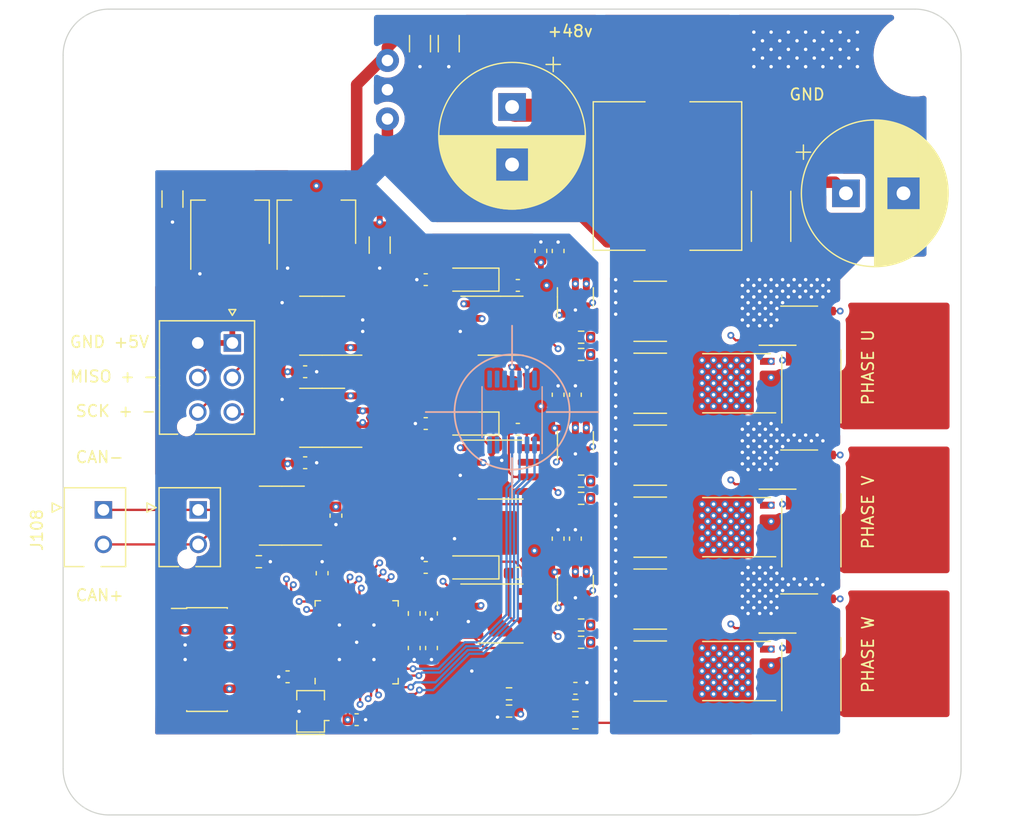
<source format=kicad_pcb>
(kicad_pcb (version 20221018) (generator pcbnew)
  (title_block (date "2023-06-18"))
  (layers (0 "F.Cu" signal) (1 "In1.Cu" signal) (2 "In2.Cu" signal) (31 "B.Cu" signal) (34 "B.Paste" user) (35 "F.Paste" user) (36 "B.SilkS" user "B.Silkscreen") (37 "F.SilkS" user "F.Silkscreen") (38 "B.Mask" user) (39 "F.Mask" user) (44 "Edge.Cuts" user))
  (net 0 "")
  (net 1 "VDDA")
  (net 2 "GND")
  (net 3 "VDD")
  (net 4 "/Microcontroller/NRST")
  (net 5 "Net-(D301-K)")
  (net 6 "/Motor Drive/INV_OUT.A")
  (net 7 "Net-(D302-K)")
  (net 8 "/Motor Drive/INV_OUT.B")
  (net 9 "Net-(D303-K)")
  (net 10 "/Motor Drive/INV_OUT.C")
  (net 11 "/Microcontroller/SENSE.VBUS")
  (net 12 "/Motor Drive/VREF")
  (net 13 "+12V")
  (net 16 "/Microcontroller/SWDIO")
  (net 17 "/Microcontroller/SWCLK")
  (net 22 "/Microcontroller/UART_RX")
  (net 23 "/Microcontroller/UART_TX")
  (net 24 "/Motor Drive/IA+")
  (net 25 "GNDPWR")
  (net 26 "/Motor Drive/IB+")
  (net 27 "/Motor Drive/IC+")
  (net 28 "Net-(Q301-G)")
  (net 29 "VBUS")
  (net 30 "Net-(Q302-G)")
  (net 31 "Net-(Q303-G)")
  (net 32 "Net-(Q304-G)")
  (net 33 "Net-(Q305-G)")
  (net 34 "Net-(Q306-G)")
  (net 35 "Net-(U202-RS)")
  (net 36 "Net-(U301-HO)")
  (net 37 "Net-(U301-LO)")
  (net 38 "Net-(U302-HO)")
  (net 39 "Net-(U302-LO)")
  (net 40 "Net-(U303-HO)")
  (net 41 "Net-(U303-LO)")
  (net 45 "/Microcontroller/SENSE.C")
  (net 46 "/Microcontroller/SENSE.B")
  (net 47 "/Microcontroller/SENSE.A")
  (net 48 "/Microcontroller/SPI.MOSI")
  (net 53 "/ENC.SCK+")
  (net 54 "/ENC.SCK-")
  (net 55 "/ENC.MISO+")
  (net 56 "/ENC.MISO-")
  (net 57 "/Microcontroller/DRIVE.C+")
  (net 58 "/Microcontroller/DRIVE.B+")
  (net 59 "/Microcontroller/DRIVE.A+")
  (net 60 "/Microcontroller/DRIVE.C-")
  (net 61 "/Microcontroller/DRIVE.B-")
  (net 62 "/Microcontroller/DRIVE.A-")
  (net 63 "/Microcontroller/SPI.~{CS}")
  (net 64 "/Microcontroller/SPI.SCK")
  (net 65 "/Microcontroller/SPI.MISO")
  (net 66 "/Microcontroller/CAN.TXD")
  (net 67 "/Microcontroller/CAN.RXD")
  (net 68 "/Motor Drive/PHASE_GND.A")
  (net 69 "/Motor Drive/PHASE_GND.B")
  (net 70 "/Motor Drive/PHASE_GND.C")
  (net 71 "/Motor Drive/IA-")
  (net 72 "/Motor Drive/IB-")
  (net 73 "/Motor Drive/IC-")
  (net 74 "/Microcontroller/CAN.DATA-")
  (net 75 "/Microcontroller/CAN.DATA+")
  (net 77 "+5V")
  (net 82 "Net-(U201A-PF0-OSC_IN)")
  (net 83 "Net-(U201A-PF1-OSC_OUT)")
  (net 94 "/Microcontroller/ISOSPI.~{CS}")
  (net 95 "/Microcontroller/ISOSPI.SCK")
  (net 96 "/Microcontroller/ISOSPI.MISO")
  (net 100 "Net-(C101-Pad1)")
  (net 101 "+48V")
  (footprint "Resistor_SMD:R_0603_1608Metric" (layer "F.Cu") (at 141.5 83 180)
    (fp_text reference "R312" hide)
    (fp_text value "200k")
  )
  (footprint "Capacitor_SMD:C_0603_1608Metric" (layer "F.Cu") (at 140 54.5 90)
    (fp_text reference "C308" hide)
    (fp_text value "100nF")
  )
  (footprint "Package_DFN_QFN:QFN-48-1EP_7x7mm_P0.5mm_EP5.3x5.3mm" (layer "F.Cu") (at 122.5 76 90)
    (fp_text reference "U201" hide)
    (fp_text value "STM32G431CBU3")
  )
  (footprint "Package_SO:PowerPAK_SO-8_Single" (layer "F.Cu") (at 162 54 -90)
    (fp_text reference "Q302" hide)
    (fp_text value "SIR426DP")
  )
  (footprint "Package_SO:SOIC-8_3.9x4.9mm_P1.27mm" (layer "F.Cu") (at 135 61)
    (fp_text reference "U302" hide)
    (fp_text value "LF2190N")
  )
  (footprint "Resistor_SMD:R_0603_1608Metric" (layer "F.Cu") (at 142 76)
    (fp_text reference "R306" hide)
    (fp_text value "3")
  )
  (footprint "Diode_SMD:D_SOD-123" (layer "F.Cu") (at 132.5 57 180)
    (fp_text reference "D302" hide)
    (fp_text value "1N4148W")
  )
  (footprint "MountingHole:MountingHole_3.2mm_M3" (layer "F.Cu") (at 171 25)
    (fp_text reference "REF**" hide)
    (fp_text value "MountingHole_3.2mm_M3")
  )
  (footprint "Connector_Wire:SolderWirePad_1x01_SMD_5x10mm" (layer "F.Cu") (at 171 52)
    (fp_text reference "J101" hide)
    (fp_text value "Solder Pad")
  )
  (footprint "Resistor_SMD:R_0603_1608Metric" (layer "F.Cu") (at 142 63.5)
    (fp_text reference "R304" hide)
    (fp_text value "3")
  )
  (footprint "Inductor_SMD:L_Vishay_IHLP-5050" (layer "F.Cu") (at 149.5 35.5 -90)
    (fp_text reference "L101" hide)
    (fp_text value "2.2uH")
  )
  (footprint "Resistor_SMD:R_Shunt_Vishay_WSK2512_6332Metric_T2.21mm" (layer "F.Cu") (at 160 73.5 180)
    (fp_text reference "R309" hide)
    (fp_text value "2m")
  )
  (footprint "Capacitor_SMD:C_2220_5650Metric" (layer "F.Cu") (at 148 53.5 180)
    (fp_text reference "C103" hide)
    (fp_text value "10uF")
  )
  (footprint "Package_SO:SO-8_3.9x4.9mm_P1.27mm" (layer "F.Cu") (at 116 65 180)
    (fp_text reference "U202" hide)
    (fp_text value "MAX3051")
  )
  (footprint "ayeiser_misc:MOLEX_2068320602" (layer "F.Cu") (at 111.7 50 90)
    (fp_text reference "J106" hide)
    (fp_text value "Molex Micro-Fit+")
  )
  (footprint "Package_TO_SOT_SMD:SOT-223-3_TabPin2" (layer "F.Cu") (at 111.5 39.5 90)
    (fp_text reference "U105" hide)
    (fp_text value "AZ1117-5.0")
  )
  (footprint "MountingHole:MountingHole_3.2mm_M3" (layer "F.Cu") (at 171 87)
    (fp_text reference "REF**" hide)
    (fp_text value "MountingHole_3.2mm_M3")
  )
  (footprint "Capacitor_SMD:C_0603_1608Metric" (layer "F.Cu") (at 129 76.5 -90)
    (fp_text reference "C203" hide)
    (fp_text value "100nF")
  )
  (footprint "Connector_Wire:SolderWirePad_1x01_SMD_5x10mm" (layer "F.Cu") (at 171 77)
    (fp_text reference "J103" hide)
    (fp_text value "Solder Pad")
  )
  (footprint "Resistor_SMD:R_0603_1608Metric" (layer "F.Cu") (at 142 74.5)
    (fp_text reference "R305" hide)
    (fp_text value "3")
  )
  (footprint "Diode_SMD:D_SOD-123" (layer "F.Cu") (at 132.5 69.5 180)
    (fp_text reference "D303" hide)
    (fp_text value "1N4148W")
  )
  (footprint "Capacitor_SMD:C_0603_1608Metric" (layer "F.Cu") (at 129 73.5 -90)
    (fp_text reference "C204" hide)
    (fp_text value "100nF")
  )
  (footprint "Capacitor_SMD:C_0603_1608Metric" (layer "F.Cu") (at 128.5 57 180)
    (fp_text reference "C310" hide)
    (fp_text value "1uF")
  )
  (footprint "Capacitor_SMD:C_0603_1608Metric" (layer "F.Cu") (at 141.5 80)
    (fp_text reference "C304" hide)
    (fp_text value "100nF")
  )
  (footprint "Resistor_SMD:R_0603_1608Metric" (layer "F.Cu") (at 135.737258 81.9775 180)
    (fp_text reference "R311" hide)
    (fp_text value "1k")
  )
  (footprint "Capacitor_SMD:C_0603_1608Metric" (layer "F.Cu") (at 141.5 67 90)
    (fp_text reference "C313" hide)
    (fp_text value "100nF")
  )
  (footprint "Package_SO:PowerPAK_SO-8_Single" (layer "F.Cu") (at 155.5 78.5 180)
    (fp_text reference "Q305" hide)
    (fp_text value "SIR426DP")
  )
  (footprint "Capacitor_SMD:C_2220_5650Metric" (layer "F.Cu") (at 148 66 180)
    (fp_text reference "C106" hide)
    (fp_text value "10uF")
  )
  (footprint "ayeiser_misc:MOLEX_2165711002" (layer "F.Cu") (at 108.735 64.5 90)
    (fp_text reference "J107" hide)
    (fp_text value "Molex Micro-Fit+")
  )
  (footprint "Inductor_SMD:L_0603_1608Metric" (layer "F.Cu") (at 127.5 73.5 90)
    (fp_text reference "FB201" hide)
    (fp_text value "600ohm@100MHz")
  )
  (footprint "Capacitor_SMD:C_0603_1608Metric" (layer "F.Cu") (at 116.5 79 180)
    (fp_text reference "C202" hide)
    (fp_text value "100nF")
  )
  (footprint "Capacitor_SMD:C_1206_3216Metric" (layer "F.Cu") (at 130.5 24 -90)
    (fp_text reference "C107" hide)
    (fp_text value "10uF")
  )
  (footprint "Diode_SMD:D_SOD-123" (layer "F.Cu") (at 132.5 44.5 180)
    (fp_text reference "D301" hide)
    (fp_text value "1N4148W")
  )
  (footprint "Package_SO:PowerPAK_SO-8_Single" (layer "F.Cu") (at 155.5 53.5 180)
    (fp_text reference "Q301" hide)
    (fp_text value "SIR426DP")
  )
  (footprint "Package_TO_SOT_SMD:SOT-23-6" (layer "F.Cu") (at 141.5 58.5 90)
    (fp_text reference "U305" hide)
    (fp_text value "INA181-A2")
  )
  (footprint "Capacitor_SMD:C_2220_5650Metric" (layer "F.Cu") (at 148 78.5 180)
    (fp_text reference "C109" hide)
    (fp_text value "10uF")
  )
  (footprint "Capacitor_SMD:C_0603_1608Metric" (layer "F.Cu") (at 141.5 54.5 90)
    (fp_text reference "C309" hide)
    (fp_text value "100nF")
  )
  (footprint "Capacitor_SMD:C_1206_3216Metric" (layer "F.Cu") (at 128 24 -90)
    (fp_text reference "C110" hide)
    (fp_text value "10uF")
  )
  (footprint "Connector_Wire:SolderWirePad_1x01_SMD_5x10mm" (layer "F.Cu") (at 161.5 24.5 90)
    (fp_text reference "J105" hide)
    (fp_text value "Solder Pad")
  )
  (footprint "Package_SO:SOIC-8_3.9x4.9mm_P1.27mm" (layer "F.Cu") (at 135 73.5)
    (fp_text reference "U303" hide)
    (fp_text value "LF2190N")
  )
  (footprint "Resistor_SMD:R_0603_1608Metric" (layer "F.Cu") (at 135.737258 80.4775)
    (fp_text reference "R310" hide)
    (fp_text value "1k")
  )
  (footprint "ayeiser_misc:K78UXX-RightAngle" (layer "F.Cu") (at 125.1725 28 180)
    (fp_text reference "U106" hide)
    (fp_text value "K78UXX")
  )
  (footprint "Resistor_SMD:R_0603_1608Metric" (layer "F.Cu") (at 141.5 81.5)
    (fp_text reference "R313" hide)
    (fp_text value "10k")
  )
  (footprint "Package_SO:PowerPAK_SO-8_Single" (layer "F.Cu") (at 155.5 66 180)
    (fp_text reference "Q303" hide)
    (fp_text value "SIR426DP")
  )
  (footprint "Resistor_SMD:R_0603_1608Metric" (layer "F.Cu") (at 142 62)
    (fp_text reference "R303" hide)
    (fp_text value "3")
  )
  (footprint "Capacitor_SMD:C_0603_1608Metric" (layer "F.Cu") (at 128.5 44.5 180)
    (fp_text reference "C307" hide)
    (fp_text value "1uF")
  )
  (footprint "Capacitor_SMD:C_0603_1608Metric" (layer "F.Cu") (at 136.5 70 180)
    (fp_text reference "C303" hide)
    (fp_text value "1uF")
  )
  (footprint "Resistor_SMD:R_Shunt_Vishay_WSK2512_6332Metric_T2.21mm" (layer "F.Cu") (at 160 48.5 180)
    (fp_text reference "R307" hide)
    (fp_text value "2m")
  )
  (footprint "Capacitor_SMD:C_0603_1608Metric" (layer "F.Cu") (at 118.025 60.405)
    (fp_text reference "C113" hide)
    (fp_text value "100nF")
  )
  (footprint "Package_SO:PowerPAK_SO-8_Single" (layer "F.Cu") (at 162 79 -90)
    (fp_text reference "Q306" hide)
    (fp_text value "SIR426DP")
  )
  (footprint "Resistor_SMD:R_2512_6332Metric" (layer "F.Cu") (at 158.5 39 90)
    (fp_text reference "R101" hide)
    (fp_text value "1")
  )
  (footprint "Package_SO:SOIC-8_3.9x4.9mm_P1.27mm" (layer "F.Cu") (at 135 48.5)
    (fp_text reference "U301" hide)
    (fp_text value "LF2190N")
  )
  (footprint "Capacitor_THT:CP_Radial_D12.5mm_P5.00mm" (layer "F.Cu") (at 165 37)
    (fp_text reference "C101" hide)
    (fp_text value "220uF")
  )
  (footprint "Connector_Wire:SolderWirePad_1x01_SMD_5x10mm" (layer "F.Cu") (at 149.5 24.5 90)
    (fp_text reference "J104" hide)
    (fp_text value "Solder Pad")
  )
  (footprint "Capacitor_SMD:C_0603_1608Metric" (layer "F.Cu") (at 120.7 65 -90)
    (fp_text reference "C206" hide)
    (fp_text value "100nF")
  )
  (footprint "Capacitor_SMD:C_0603_1608Metric" (layer "F.Cu") (at 138.5 42 90)
    (fp_text reference "C305" hide)
    (fp_text value "100nF")
  )
  (footprint "Connector_Wire:SolderWirePad_1x01_SMD_5x10mm" (layer "F.Cu") (at 171 64.5)
    (fp_text reference "J102" hide)
    (fp_text value "Solder Pad")
  )
  (footprint "Resistor_SMD:R_0603_1608Metric" (layer "F.Cu") (at 114 69)
    (fp_text reference "R204" hide)
    (fp_text value "100k")
  )
  (footprint "Capacitor_SMD:C_1206_3216Metric" (layer "F.Cu") (at 106.5 37.5 -90)
    (fp_text reference "C112" hide)
    (fp_text value "10uF")
  )
  (footprint "Capacitor_SMD:C_0603_1608Metric" (layer "F.Cu") (at 128.5 69.5 180)
    (fp_text reference "C311" hide)
    (fp_text value "1uF")
  )
  (footprint "Crystal:Resonator_SMD_Murata_CSTxExxV-3Pin_3.0x1.1mm" (layer "F.Cu") (at 118.5 82 90)
    (fp_text reference "Y201" hide)
    (fp_text value "16MHz")
  )
  (footprint "MountingHole:MountingHole_3.2mm_M3" (layer "F.Cu") (at 101 25)
    (fp_text reference "REF**" hide)
    (fp_text value "MountingHole_3.2mm_M3")
  )
  (footprint "Capacitor_SMD:C_1206_3216Metric" (layer "F.Cu") (at 124.5 41.5 -90)
    (fp_text reference "C111" hide)
    (fp_text value "10uF")
  )
  (footprint "Package_SO:SOIC-8_3.9x4.9mm_P1.27mm" (layer "F.Cu") (at 119.5 48.5 180)
    (fp_text reference "U103" hide)
    (fp_text value "SN75176AD")
  )
  (footprint "Package_SO:PowerPAK_SO-8_Single" (layer "F.Cu") (at 162 66.5 -90)
    (fp_text reference "Q304" hide)
    (fp_text value "SIR426DP")
  )
  (footprint "Capacitor_SMD:C_0603_1608Metric" (layer "F.Cu") (at 118.025 52.5)
    (fp_text reference "C114" hide)
    (fp_text value "100nF")
  )
  (footprint "Capacitor_SMD:C_0603_1608Metric" (layer "F.Cu") (at 140 67 90)
    (fp_text reference "C312" hide)
    (fp_text value "100nF")
  )
  (footprint "Capacitor_SMD:C_2220_5650Metric" (layer "F.Cu") (at 148 72.25 180)
    (fp_text reference "C108" hide)
    (fp_text value "10uF")
  )
  (footprint "Package_SO:SOIC-8_3.9x4.9mm_P1.27mm" (layer "F.Cu") (at 119.5 56.5 180)
    (fp_text reference "U102" hide)
    (fp_text value "SN75176AD")
  )
  (footprint "Capacitor_SMD:C_0603_1608Metric" (layer "F.Cu") (at 122.5 82.725)
    (fp_text reference "C205" hide)
    (fp_text value "100nF")
  )
  (footprint "Package_TO_SOT_SMD:SOT-223-3_TabPin2" (layer "F.Cu") (at 119 39.5 90)
    (fp_text reference "U104" hide)
    (fp_text value "AZ1117-3.3")
  )
  (footprint "ayeiser_misc:MOLEX_2165711002" (layer "F.Cu") (at 100.5 64.5 90)
    (fp_text reference "J108")
    (fp_text value "Molex Micro-Fit+")
  )
  (footprint "Capacitor_SMD:C_0603_1608Metric" (layer "F.Cu") (at 127.5 76.5 -90)
    (fp_text reference "ANACAP201" hide)
    (fp_text value "10nF")
  )
  (footprint "Resistor_SMD:R_0603_1608Metric" (layer "F.Cu") (at 142 51)
    (fp_text reference "R302" hide)
    (fp_text value "3")
  )
  (footprint "Capacitor_SMD:C_0603_1608Metric" (layer "F.Cu") (at 136.5 57.5 180)
    (fp_text reference "C302" hide)
    (fp_text value "1uF")
  )
  (footprint "Connector_PinHeader_1.27mm:PinHeader_2x07_P1.27mm_Vertical_SMD" (layer "F.Cu") (at 109.5 77.5)
    (fp_text reference "J201" hide)
    (fp_text value "Conn_02x07_Odd_Even")
  )
  (footprint "Capacitor_THT:CP_Radial_D12.5mm_P5.00mm" (layer "F.Cu") (at 136 29.5 -90)
    (fp_text reference "C104" hide)
    (fp_text value "220uF")
  )
  (footprint "Package_TO_SOT_SMD:SOT-23-6" (layer "F.Cu") (at 141.5 46 90)
    (fp_text reference "U304" hide)
    (fp_text value "INA181-A2")
  )
  (footprint "Capacitor_SMD:C_0603_1608Metric" (layer "F.Cu") (at 136.5 45 180)
    (fp_text reference "C301" hide)
    (fp_text value "1uF")
  )
  (footprint "Package_TO_SOT_SMD:SOT-23-6" (layer "F.Cu") (at 141.5 71 90)
    (fp_text reference "U306" hide)
    (fp_text value "INA181-A2")
  )
  (footprint "Resistor_SMD:R_0603_1608Metric" (layer "F.Cu") (at 142 49.5)
    (fp_text reference "R301" hide)
    (fp_text value "3")
  )
  (footprint "MountingHole:MountingHole_3.2mm_M3" (layer "F.Cu") (at 101 87)
    (fp_text reference "REF**" hide)
    (fp_text value "MountingHole_3.2mm_M3")
  )
  (footprint "Capacitor_SMD:C_2220_5650Metric" (layer "F.Cu") (at 148 59.75 180)
    (fp_text reference "C105" hide)
    (fp_text value "10uF")
  )
  (footprint "Capacitor_SMD:C_0603_1608Metric" (layer "F.Cu") (at 140 42.01 90)
    (fp_text reference "C306" hide)
    (fp_text value "100nF")
  )
  (footprint "Capacitor_SMD:C_2220_5650Metric" (layer "F.Cu") (at 148 47.25 180)
    (fp_text reference "C102" hide)
    (fp_text value "10uF")
  )
  (footprint "Capacitor_SMD:C_0603_1608Metric" (layer "F.Cu") (at 119.5 70 90)
    (fp_text reference "C201" hide)
    (fp_text value "100nF")
  )
  (footprint "Resistor_SMD:R_Shunt_Vishay_WSK2512_6332Metric_T2.21mm" (layer "F.Cu") (at 160 61 180)
    (fp_text reference "R308" hide)
    (fp_text value "2m")
  )
  (footprint "Package_SO:TSSOP-14_4.4x5mm_P0.65mm" (layer "B.Cu") (at 136 56 90)
    (fp_text reference "U101" hide)
    (fp_text value "AS5047D")
  )
  (footprint "NetTie:NetTie-2_SMD_Pad2.0mm" (layer "B.Cu") (at 124 35 -135)
    (fp_text reference "NT101" hide)
    (fp_text value "NetTie_2")
  )
  (gr_circle (center 136 56) (end 141 56) (stroke (width 0.15)) (fill none) (layer "B.SilkS"))
  (gr_line (start 128.5 56) (end 133 56) (stroke (width 0.15)) (layer "B.SilkS"))
  (gr_line (start 136 52) (end 136 48.5) (stroke (width 0.15)) (layer "B.SilkS"))
  (gr_line (start 136 60) (end 136 63.5) (stroke (width 0.15)) (layer "B.SilkS"))
  (gr_line (start 139 56) (end 143.5 56) (stroke (width 0.15)) (layer "B.SilkS"))
  (gr_line (start 101 21) (end 171 21) (stroke (width 0.1)) (layer "Edge.Cuts"))
  (gr_line (start 97 87) (end 97 25) (stroke (width 0.1)) (layer "Edge.Cuts"))
  (gr_arc (start 101 91) (mid 98.171573 89.828427) (end 97 87) (stroke (width 0.1)) (layer "Edge.Cuts"))
  (gr_line (start 175 25) (end 175 87) (stroke (width 0.1)) (layer "Edge.Cuts"))
  (gr_arc (start 171 21) (mid 173.828427 22.171573) (end 175 25) (stroke (width 0.1)) (layer "Edge.Cuts"))
  (gr_line (start 171 91) (end 101 91) (stroke (width 0.1)) (layer "Edge.Cuts"))
  (gr_arc (start 175 87) (mid 173.828427 89.828427) (end 171 91) (stroke (width 0.1)) (layer "Edge.Cuts"))
  (gr_arc (start 97 25) (mid 98.171573 22.171573) (end 101 21) (stroke (width 0.1)) (layer "Edge.Cuts"))
  (gr_text "MISO + -" (at 97.5 53.5) (layer "F.SilkS") (effects (font (size 1 1)) (justify left bottom)))
  (gr_text "+48v" (at 139 23.5) (layer "F.SilkS") (effects (font (size 1 1)) (justify left bottom)))
  (gr_text "PHASE U" (at 167.5 55.5 90) (layer "F.SilkS") (effects (font (size 1 1)) (justify left bottom)))
  (gr_text "GND" (at 160 29) (layer "F.SilkS") (effects (font (size 1 1)) (justify left bottom)))
  (gr_text "PHASE V" (at 167.5 68 90) (layer "F.SilkS") (effects (font (size 1 1)) (justify left bottom)))
  (gr_text "PHASE W" (at 167.5 80.5 90) (layer "F.SilkS") (effects (font (size 1 1)) (justify left bottom)))
  (gr_text "SCK + -" (at 98 56.5) (layer "F.SilkS") (effects (font (size 1 1)) (justify left bottom)))
  (gr_text "CAN+" (at 98 72.5) (layer "F.SilkS") (effects (font (size 1 1)) (justify left bottom)))
  (gr_text "GND +5V" (at 97.5 50.5) (layer "F.SilkS") (effects (font (size 1 1)) (justify left bottom)))
  (gr_text "CAN-" (at 98 60.5) (layer "F.SilkS") (effects (font (size 1 1)) (justify left bottom)))
  (segment (start 127.0375 74.75) (end 127.5 74.2875) (width 0.2) (layer "F.Cu") (net 1))
  (segment (start 126.75 74.75) (end 127.0375 74.75) (width 0.2) (layer "F.Cu") (net 1))
  (segment (start 125.95 74.75) (end 126.75 74.75) (width 0.2) (layer "F.Cu") (net 1))
  (segment (start 129 75.725) (end 127.5 75.725) (width 0.2) (layer "F.Cu") (net 1))
  (segment (start 125.95 75.25) (end 125.95 74.75) (width 0.2) (layer "F.Cu") (net 1))
  (segment (start 127.5 75.725) (end 127.5 75.5) (width 0.2) (layer "F.Cu") (net 1))
  (segment (start 127.5 75.5) (end 126.75 74.75) (width 0.2) (layer "F.Cu") (net 1))
  (segment (start 118.8 60.405) (end 119.025 60.405) (width 0.5) (layer "F.Cu") (net 2))
  (segment (start 109.2 43.675) (end 108.88 43.995) (width 0.5) (layer "F.Cu") (net 2))
  (segment (start 120.75 77.75) (end 122.5 76) (width 0.2) (layer "F.Cu") (net 2))
  (segment (start 129 77.275) (end 129 77.5) (width 0.2) (layer "F.Cu") (net 2))
  (segment (start 132.265 74.135) (end 132.525 74.135) (width 0.2) (layer "F.Cu") (net 2))
  (segment (start 132.2 74.2) (end 132.265 74.135) (width 0.2) (layer "F.Cu") (net 2))
  (segment (start 116.7 43.3) (end 116.5 43.5) (width 0.5) (layer "F.Cu") (net 2))
  (segment (start 142.275 80) (end 142.275 81.45) (width 0.2) (layer "F.Cu") (net 2))
  (segment (start 117.025 46.595) (end 116.12 46.595) (width 0.5) (layer "F.Cu") (net 2))
  (segment (start 118.575 65.635) (end 120.56 65.635) (width 0.2) (layer "F.Cu") (net 2))
  (segment (start 122.89 49.135) (end 123.025 49) (width 0.5) (layer "F.Cu") (net 2))
  (segment (start 114.825 69) (end 115 69) (width 0.2) (layer "F.Cu") (net 2))
  (segment (start 124.5 42.975) (end 124.5 43.5) (width 0.5) (layer "F.Cu") (net 2))
  (segment (start 116.12 46.595) (end 116.025 46.5) (width 0.5) (layer "F.Cu") (net 2))
  (segment (start 122.89 47.865) (end 123.025 48) (width 0.5) (layer "F.Cu") (net 2))
  (segment (start 127.725 57) (end 127.6 57) (width 0.2) (layer "F.Cu") (net 2))
  (segment (start 121.975 47.865) (end 122.89 47.865) (width 0.5) (layer "F.Cu") (net 2))
  (segment (start 118.8 52.5) (end 119.025 52.5) (width 0.5) (layer "F.Cu") (net 2))
  (segment (start 120.56 65.635) (end 120.7 65.775) (width 0.2) (layer "F.Cu") (net 2))
  (segment (start 142.275 80) (end 142.275 79.725) (width 0.2) (layer "F.Cu") (net 2))
  (segment (start 109.2 42.65) (end 109.2 43.675) (width 0.5) (layer "F.Cu") (net 2))
  (segment (start 134.912258 82.325) (end 134.737258 82.5) (width 0.2) (layer "F.Cu") (net 2))
  (segment (start 127.725 69.175) (end 127.725 69.5) (width 0.2) (layer "F.Cu") (net 2))
  (segment (start 132.525 61.635) (end 131.635 61.635) (width 0.2) (layer "F.Cu") (net 2))
  (segment (start 131.635 49.135) (end 131.5 49) (width 0.2) (layer "F.Cu") (net 2))
  (segment (start 142.275 81.45) (end 142.325 81.5) (width 0.2) (layer "F.Cu") (net 2))
  (segment (start 116.7 42.65) (end 116.7 43.3) (width 0.5) (layer "F.Cu") (net 2))
  (segment (start 132.525 49.135) (end 131.635 49.135) (width 0.2) (layer "F.Cu") (net 2))
  (segment (start 131.635 61.635) (end 131.5 61.5) (width 0.2) (layer "F.Cu") (net 2))
  (segment (start 128.2 68.7) (end 127.725 69.175) (width 0.2) (layer "F.Cu") (net 2))
  (segment (start 127.5 77.275) (end 127.5 77.5) (width 0.2) (layer "F.Cu") (net 2))
  (segment (start 117.025 54.595) (end 116.335 54.595) (width 0.5) (layer "F.Cu") (net 2))
  (segment (start 121.975 49.135) (end 122.89 49.135) (width 0.5) (layer "F.Cu") (net 2))
  (segment (start 118.5 82) (end 117.5 82) (width 0.2) (layer "F.Cu") (net 2))
  (segment (start 106.5 38.975) (end 106.5 39.5) (width 0.5) (layer "F.Cu") (net 2))
  (segment (start 119.05 77.75) (end 120.75 77.75) (width 0.2) (layer "F.Cu") (net 2))
  (segment (start 119.5 69.225) (end 119.5 69) (width 0.2) (layer "F.Cu") (net 2))
  (segment (start 116.335 54.595) (end 116.025 54.905) (width 0.5) (layer "F.Cu") (net 2))
  (segment (start 142.275 79.725) (end 142.5 79.5) (width 0.2) (layer "F.Cu") (net 2))
  (segment (start 134.912258 81.9775) (end 134.912258 82.325) (width 0.2) (layer "F.Cu") (net 2))
  (via (at 131.5 49) (size 0.6) (drill 0.3) (layers "F.Cu" "B.Cu") (net 2))
  (via (at 123.025 48) (size 0.6) (drill 0.3) (layers "F.Cu" "B.Cu") (net 2))
  (via (at 132.5 78.5) (size 0.6) (drill 0.3) (layers "F.Cu" "B.Cu") (net 2))
  (via (at 135.1 60.2) (size 0.6) (drill 0.3) (layers "F.Cu" "B.Cu") (net 2))
  (via (at 128.2 68.7) (size 0.6) (drill 0.3) (layers "F.Cu" "B.Cu") (net 2))
  (via (at 123.275 82.725) (size 0.6) (drill 0.3) (layers "F.Cu" "B.Cu") (net 2))
  (via (at 119.025 60.405) (size 0.6) (drill 0.3) (layers "F.Cu" "B.Cu") (net 2))
  (via (at 116.025 46.5) (size 0.6) (drill 0.3) (layers "F.Cu" "B.Cu") (net 2))
  (via (at 131 67) (size 0.6) (drill 0.3) (layers "F.Cu" "B.Cu") (net 2))
  (via (at 121 77.5) (size 0.6) (drill 0.3) (layers "F.Cu" "B.Cu") (net 2))
  (via (at 119.025 52.5) (size 0.6) (drill 0.3) (layers "F.Cu" "B.Cu") (net 2))
  (via (at 127.6 57) (size 0.6) (drill 0.3) (layers "F.Cu" "B.Cu") (net 2))
  (via (at 141.5 66.225) (size 0.6) (drill 0.3) (layers "F.Cu" "B.Cu") (net 2))
  (via (at 117.5 82) (size 0.6) (drill 0.3) (layers "F.Cu" "B.Cu") (net 2))
  (via (at 141.5 59.6375) (size 0.6) (drill 0.3) (layers "F.Cu" "B.Cu") (net 2))
  (via (at 124 74.5) (size 0.6) (drill 0.3) (layers "F.Cu" "B.Cu") (net 2))
  (via (at 127.725 44.5) (size 0.6) (drill 0.3) (layers "F.Cu" "B.Cu") (net 2))
  (via (at 140 53.725) (size 0.6) (drill 0.3) (layers "F.Cu" "B.Cu") (net 2))
  (via (at 124 77.5) (size 0.6) (drill 0.3) (layers "F.Cu" "B.Cu") (net 2))
  (via (at 120.7 65.775) (size 0.6) (drill 0.3) (layers "F.Cu" "B.Cu") (net 2))
  (via (at 119.5 69) (size 0.6) (drill 0.3) (layers "F.Cu" "B.Cu") (net 2))
  (via (at 129 74) (size 0.6) (drill 0.3) (layers "F.Cu" "B.Cu") (net 2))
  (via (at 123.025 49) (size 0.6) (drill 0.3) (layers "F.Cu" "B.Cu") (net 2))
  (via (at 124.5 43.5) (size 0.6) (drill 0.3) (layers "F.Cu" "B.Cu") (net 2))
  (via (at 122.5 76) (size 0.6) (drill 0.3) (layers "F.Cu" "B.Cu") (net 2))
  (via (at 141.5 53.725) (size 0.6) (drill 0.3) (layers "F.Cu" "B.Cu") (net 2))
  (via (at 140 41.235) (size 0.6) (drill 0.3) (layers "F.Cu" "B.Cu") (net 2))
  (via (at 106.5 39.5) (size 0.6) (drill 0.3) (layers "F.Cu" "B.Cu") (net 2))
  (via (at 121 74.5) (size 0.6) (drill 0.3) (layers "F.Cu" "B.Cu") (net 2))
  (via (at 141.5 72.1375) (size 0.6) (drill 0.3) (layers "F.Cu" "B.Cu") (net 2))
  (via (at 138.5 41.225) (size 0.6) (drill 0.3) (layers "F.Cu" "B.Cu") (net 2))
  (via (at 141.5 47.1375) (size 0.6) (drill 0.3) (layers "F.Cu" "B.Cu") (net 2))
  (via (at 115 69) (size 0.6) (drill 0.3) (layers "F.Cu" "B.Cu") (net 2))
  (via (at 108.88 43.995) (size 0.6) (drill 0.3) (layers "F.Cu" "B.Cu") (net 2))
  (via (at 127.5 77.5) (size 0.6) (drill 0.3) (layers "F.Cu" "B.Cu") (net 2))
  (via (at 107.6 76.23) (size 0.6) (drill 0.3) (layers "F.Cu" "B.Cu") (net 2))
  (via (at 107.6 77.5) (size 0.6) (drill 0.3) (layers "F.Cu" "B.Cu") (net 2))
  (via (at 142.5 79.5) (size 0.6) (drill 0.3) (layers "F.Cu" "B.Cu") (net 2))
  (via (at 132.2 74.2) (size 0.6) (drill 0.3) (layers "F.Cu" "B.Cu") (net 2))
  (via (at 115.725 79) (size 0.6) (drill 0.3) (layers "F.Cu" "B.Cu") (net 2))
  (via (at 129 77.5) (size 0.6) (drill 0.3) (layers "F.Cu" "B.Cu") (net 2))
  (via (at 140 66.225) (size 0.6) (drill 0.3) (layers "F.Cu" "B.Cu") (net 2))
  (via (at 131.5 61.5) (size 0.6) (drill 0.3) (layers "F.Cu" "B.Cu") (net 2))
  (via (at 116.025 54.905) (size 0.6) (drill 0.3) (layers "F.Cu" "B.Cu") (net 2))
  (via (at 137.3 52.1) (size 0.6) (drill 0.3) (layers "F.Cu" "B.Cu") (net 2))
  (via (at 134.737258 82.5) (size 0.6) (drill 0.3) (layers "F.Cu" "B.Cu") (net 2))
  (via (at 116.5 43.5) (size 0.6) (drill 0.3) (layers "F.Cu" "B.Cu") (net 2))
  (segment (start 135.35 58.8625) (end 135.35 59.95) (width 0.2) (layer "B.Cu") (net 2))
  (segment (start 135.35 59.95) (end 135.1 60.2) (width 0.2) (layer "B.Cu") (net 2))
  (segment (start 137.3 53.1375) (end 137.3 52.1) (width 0.2) (layer "B.Cu") (net 2))
  (segment (start 125.95 73.75) (end 126.4625 73.75) (width 0.2) (layer "F.Cu") (net 3))
  (segment (start 126.4625 73.75) (end 127.5 72.7125) (width 0.2) (layer "F.Cu") (net 3))
  (segment (start 117.525 78.75) (end 117.275 79) (width 0.2) (layer "F.Cu") (net 3))
  (segment (start 122.795 57.135) (end 123.025 56.905) (width 0.5) (layer "F.Cu") (net 3))
  (segment (start 120.25 71.525) (end 119.5 70.775) (width 0.2) (layer "F.Cu") (net 3))
  (segment (start 120.56 64.365) (end 120.7 64.225) (width 0.2) (layer "F.Cu") (net 3))
  (segment (start 139.7375 69.8625) (end 140.55 69.8625) (width 0.2) (layer "F.Cu") (net 3))
  (segment (start 139.1375 44.8625) (end 139 45) (width 0.2) (layer "F.Cu") (net 3))
  (segment (start 127.5125 72.725) (end 127.5 72.7125) (width 0.2) (layer "F.Cu") (net 3))
  (segment (start 140 67.775) (end 138.212321 67.775) (width 0.2) (layer "F.Cu") (net 3))
  (segment (start 119 42.65) (end 119 36.35) (width 0.5) (layer "F.Cu") (net 3))
  (segment (start 121.975 55.865) (end 122.985 55.865) (width 0.5) (layer "F.Cu") (net 3))
  (segment (start 118.575 64.365) (end 120.56 64.365) (width 0.2) (layer "F.Cu") (net 3))
  (segment (start 129 72.725) (end 127.5125 72.725) (width 0.2) (layer "F.Cu") (net 3))
  (segment (start 122.985 55.865) (end 123.025 55.905) (width 0.5) (layer "F.Cu") (net 3))
  (segment (start 140.55 44.8625) (end 139.1375 44.8625) (width 0.2) (layer "F.Cu") (net 3))
  (segment (start 140 55.275) (end 138.725 55.275) (width 0.2) (layer "F.Cu") (net 3))
  (segment (start 138.5 42.775) (end 138.5 43) (width 0.2) (layer "F.Cu") (net 3))
  (segment (start 138.725 55.275) (end 138.5 55.5) (width 0.2) (layer "F.Cu") (net 3))
  (segment (start 139.7375 57.3625) (end 140.55 57.3625) (width 0.2) (layer "F.Cu") (net 3))
  (segment (start 139.7 57.4) (end 139.7375 57.3625) (width 0.2) (layer "F.Cu") (net 3))
  (segment (start 139.7 69.9) (end 139.7375 69.8625) (width 0.2) (layer "F.Cu") (net 3))
  (segment (start 120.25 72.55) (end 120.25 71.525) (width 0.2) (layer "F.Cu") (net 3))
  (segment (start 119.05 78.75) (end 117.525 78.75) (width 0.2) (layer "F.Cu") (net 3))
  (segment (start 121.975 57.135) (end 122.795 57.135) (width 0.5) (layer "F.Cu") (net 3))
  (segment (start 138.212321 67.775) (end 137.942819 68.044502) (width 0.2) (layer "F.Cu") (net 3))
  (segment (start 124.5 40.025) (end 124.5 39.5) (width 0.5) (layer "F.Cu") (net 3))
  (via (at 124.5 39.5) (size 0.6) (drill 0.3) (layers "F.Cu" "B.Cu") (net 3))
  (via (at 120.7 64.225) (size 0.6) (drill 0.3) (layers "F.Cu" "B.Cu") (net 3))
  (via (at 139.7 69.9) (size 0.6) (drill 0.3) (layers "F.Cu" "B.Cu") (net 3))
  (via (at 138.5 43) (size 0.6) (drill 0.3) (layers "F.Cu" "B.Cu") (net 3))
  (via (at 136 52.1) (size 0.6) (drill 0.3) (layers "F.Cu" "B.Cu") (net 3))
  (via (at 139 45) (size 0.6) (drill 0.3) (layers "F.Cu" "B.Cu") (net 3))
  (via (at 119 36.35) (size 0.6) (drill 0.3) (layers "F.Cu" "B.Cu") (net 3))
  (via (at 107.6 74.96) (size 0.6) (drill 0.3) (layers "F.Cu" "B.Cu") (net 3))
  (via (at 123.025 56.905) (size 0.6) (drill 0.3) (layers "F.Cu" "B.Cu") (net 3))
  (via (at 139.7 57.4) (size 0.6) (drill 0.3) (layers "F.Cu" "B.Cu") (net 3))
  (via (at 138.5 55.5) (size 0.6) (drill 0.3) (layers "F.Cu" "B.Cu") (net 3))
  (via (at 123.025 55.905) (size 0.6) (drill 0.3) (layers "F.Cu" "B.Cu") (net 3))
  (via (at 137.942819 68.044502) (size 0.6) (drill 0.3) (layers "F.Cu" "B.Cu") (net 3))
  (segment (start 136 53.1375) (end 136 52.1) (width 0.2) (layer "B.Cu") (net 3))
  (segment (start 136 53.1375) (end 136.65 53.1375) (width 0.2) (layer "B.Cu") (net 3))
  (segment (start 122.75 80.312448) (end 122.75 79.45) (width 0.2) (layer "F.Cu") (net 4))
  (segment (start 121.725 82.725) (end 121.725 81.337448) (width 0.2) (layer "F.Cu") (net 4))
  (segment (start 121.725 81.337448) (end 122.75 80.312448) (width 0.2) (layer "F.Cu") (net 4))
  (via (at 121.725 82.725) (size 0.6) (drill 0.3) (layers "F.Cu" "B.Cu") (net 4))
  (via (at 111.45 80.04) (size 0.6) (drill 0.3) (layers "F.Cu" "B.Cu") (net 4))
  (segment (start 134.65 44) (end 134.15 44.5) (width 0.2) (layer "F.Cu") (net 5))
  (segment (start 137.275 45) (end 137.275 46.395) (width 0.2) (layer "F.Cu") (net 5))
  (segment (start 137.275 46.395) (end 137.475 46.595) (width 0.2) (layer "F.Cu") (net 5))
  (segment (start 136.275 44) (end 134.65 44) (width 0.2) (layer "F.Cu") (net 5))
  (segment (start 137.275 45) (end 136.275 44) (width 0.2) (layer "F.Cu") (net 5))
  (segment (start 136.135 49.135) (end 137.475 49.135) (width 0.2) (layer "F.Cu") (net 6))
  (segment (start 138.635 49.135) (end 137.475 49.135) (width 0.2) (layer "F.Cu") (net 6))
  (segment (start 135.725 45) (end 135.725 48.725) (width 0.2) (layer "F.Cu") (net 6))
  (segment (start 135.725 48.725) (end 136.135 49.135) (width 0.2) (layer "F.Cu") (net 6))
  (segment (start 138.635 49.135) (end 140 50.5) (width 0.2) (layer "F.Cu") (net 6))
  (via (at 158.5 53) (size 0.6) (drill 0.3) (layers "F.Cu" "B.Cu") (net 6))
  (via (at 140 50.5) (size 0.6) (drill 0.3) (layers "F.Cu" "B.Cu") (net 6))
  (segment (start 137.275 58.895) (end 137.475 59.095) (width 0.2) (layer "F.Cu") (net 7))
  (segment (start 136.275 56.5) (end 134.65 56.5) (width 0.2) (layer "F.Cu") (net 7))
  (segment (start 137.275 57.5) (end 137.275 58.895) (width 0.2) (layer "F.Cu") (net 7))
  (segment (start 134.65 56.5) (end 134.15 57) (width 0.2) (layer "F.Cu") (net 7))
  (segment (start 137.275 57.5) (end 136.275 56.5) (width 0.2) (layer "F.Cu") (net 7))
  (segment (start 137.475 61.635) (end 138.635 61.635) (width 0.2) (layer "F.Cu") (net 8))
  (segment (start 136.135 61.635) (end 137.475 61.635) (width 0.2) (layer "F.Cu") (net 8))
  (segment (start 135.725 57.5) (end 135.725 61.225) (width 0.2) (layer "F.Cu") (net 8))
  (segment (start 138.635 61.635) (end 140 63) (width 0.2) (layer "F.Cu") (net 8))
  (segment (start 135.725 61.225) (end 136.135 61.635) (width 0.2) (layer "F.Cu") (net 8))
  (via (at 140 63) (size 0.6) (drill 0.3) (layers "F.Cu" "B.Cu") (net 8))
  (via (at 158.5 65.5) (size 0.6) (drill 0.3) (layers "F.Cu" "B.Cu") (net 8))
  (segment (start 137.275 71.395) (end 137.475 71.595) (width 0.2) (layer "F.Cu") (net 9))
  (segment (start 134.65 69) (end 134.15 69.5) (width 0.2) (layer "F.Cu") (net 9))
  (segment (start 137.275 70) (end 137.275 71.395) (width 0.2) (layer "F.Cu") (net 9))
  (segment (start 137.275 70) (end 136.275 69) (width 0.2) (layer "F.Cu") (net 9))
  (segment (start 136.275 69) (end 134.65 69) (width 0.2) (layer "F.Cu") (net 9))
  (segment (start 138.635 74.135) (end 140 75.5) (width 0.2) (layer "F.Cu") (net 10))
  (segment (start 136.135 74.135) (end 137.475 74.135) (width 0.2) (layer "F.Cu") (net 10))
  (segment (start 137.475 74.135) (end 138.635 74.135) (width 0.2) (layer "F.Cu") (net 10))
  (segment (start 135.725 70) (end 135.725 73.725) (width 0.2) (layer "F.Cu") (net 10))
  (segment (start 135.725 73.725) (end 136.135 74.135) (width 0.2) (layer "F.Cu") (net 10))
  (via (at 140 75.5) (size 0.6) (drill 0.3) (layers "F.Cu" "B.Cu") (net 10))
  (via (at 158.5 78) (size 0.6) (drill 0.3) (layers "F.Cu" "B.Cu") (net 10))
  (segment (start 140.175 83.5) (end 140.675 83) (width 0.2) (layer "F.Cu") (net 11))
  (segment (start 124.75 79.45) (end 124.75 79.95) (width 0.2) (layer "F.Cu") (net 11))
  (segment (start 140.675 81.5) (end 140.675 80.05) (width 0.2) (layer "F.Cu") (net 11))
  (segment (start 128.3 83.5) (end 140.175 83.5) (width 0.2) (layer "F.Cu") (net 11))
  (segment (start 124.75 79.95) (end 128.3 83.5) (width 0.2) (layer "F.Cu") (net 11))
  (segment (start 140.675 80.05) (end 140.725 80) (width 0.2) (layer "F.Cu") (net 11))
  (segment (start 140.675 81.5) (end 140.675 83) (width 0.2) (layer "F.Cu") (net 11))
  (segment (start 141.5 44.285) (end 140 42.785) (width 0.2) (layer "F.Cu") (net 12))
  (segment (start 141.5 69.8625) (end 141.5 67.775) (width 0.2) (layer "F.Cu") (net 12))
  (segment (start 136.75 82.25) (end 136.75 82.165242) (width 0.2) (layer "F.Cu") (net 12))
  (segment (start 136.75 82.165242) (end 136.562258 81.9775) (width 0.2) (layer "F.Cu") (net 12))
  (segment (start 141.5 44.8625) (end 141.5 44.285) (width 0.2) (layer "F.Cu") (net 12))
  (segment (start 136.562258 80.4775) (end 136.562258 81.9775) (width 0.2) (layer "F.Cu") (net 12))
  (segment (start 141.5 55.275) (end 141.5 57.3625) (width 0.2) (layer "F.Cu") (net 12))
  (via (at 136.75 82.25) (size 0.6) (drill 0.3) (layers "F.Cu" "B.Cu") (net 12))
  (via (at 141.5 69.8625) (size 0.6) (drill 0.3) (layers "F.Cu" "B.Cu") (net 12))
  (via (at 141.5 44.8625) (size 0.6) (drill 0.3) (layers "F.Cu" "B.Cu") (net 12))
  (via (at 141.5 57.3625) (size 0.6) (drill 0.3) (layers "F.Cu" "B.Cu") (net 12))
  (segment (start 126.975 22.525) (end 128 22.525) (width 1) (layer "F.Cu") (net 13))
  (segment (start 132.117764 69.5) (end 134.35 71.732236) (width 0.2) (layer "F.Cu") (net 13))
  (segment (start 121.3 39.7) (end 124.125 36.875) (width 0.5) (layer "F.Cu") (net 13))
  (segment (start 135.905 62.905) (end 137.475 62.905) (width 0.2) (layer "F.Cu") (net 13))
  (segment (start 134.35 48.85) (end 135.905 50.405) (width 0.2) (layer "F.Cu") (net 13))
  (segment (start 121.3 42.65) (end 121.3 39.7) (width 0.5) (layer "F.Cu") (net 13))
  (segment (start 129.275 44.5) (end 130.85 44.5) (width 0.2) (layer "F.Cu") (net 13))
  (segment (start 132.117764 57) (end 134.35 59.232236) (width 0.2) (layer "F.Cu") (net 13))
  (segment (start 130.85 57) (end 132.117764 57) (width 0.2) (layer "F.Cu") (net 13))
  (segment (start 134.35 59.232236) (end 134.35 61.35) (width 0.2) (layer "F.Cu") (net 13))
  (segment (start 122.5 27.56625) (end 122.5 35.25) (width 1) (layer "F.Cu") (net 13))
  (segment (start 129.275 69.5) (end 130.85 69.5) (width 0.2) (layer "F.Cu") (net 13))
  (segment (start 134.35 73.85) (end 135.905 75.405) (width 0.2) (layer "F.Cu") (net 13))
  (segment (start 113.8 42.65) (end 113.8 43.8) (width 0.5) (layer "F.Cu") (net 13))
  (segment (start 125.6725 25.46) (end 124.60625 25.46) (width 1) (layer "F.Cu") (net 13))
  (segment (start 134.35 46.732236) (end 134.35 48.85) (width 0.2) (layer "F.Cu") (net 13))
  (segment (start 120.1 44.5) (end 121.3 43.3) (width 0.5) (layer "F.Cu") (net 13))
  (segment (start 124.60625 25.46) (end 122.5 27.56625) (width 1) (layer "F.Cu") (net 13))
  (segment (start 121.3 43.3) (end 121.3 42.65) (width 0.5) (layer "F.Cu") (net 13))
  (segment (start 134.35 71.732236) (end 134.35 73.85) (width 0.2) (layer "F.Cu") (net 13))
  (segment (start 130.85 69.5) (end 132.117764 69.5) (width 0.2) (layer "F.Cu") (net 13))
  (segment (start 135.905 75.405) (end 137.475 75.405) (width 0.2) (layer "F.Cu") (net 13))
  (segment (start 130.85 44.5) (end 132.117764 44.5) (width 0.2) (layer "F.Cu") (net 13))
  (segment (start 125.1725 24.3275) (end 126.975 22.525) (width 1) (layer "F.Cu") (net 13))
  (segment (start 124.125 36.875) (end 129.275 42.025) (width 1) (layer "F.Cu") (net 13))
  (segment (start 129.275 57) (end 130.85 57) (width 0.2) (layer "F.Cu") (net 13))
  (segment (start 132.117764 44.5) (end 134.35 46.732236) (width 0.2) (layer "F.Cu") (net 13))
  (segment (start 122.5 35.25) (end 124.125 36.875) (width 1) (layer "F.Cu") (net 13))
  (segment (start 129.275 42.025) (end 129.275 44.5) (width 1) (layer "F.Cu") (net 13))
  (segment (start 135.905 50.405) (end 137.475 50.405) (width 0.2) (layer "F.Cu") (net 13))
  (segment (start 128 22.525) (end 130.5 22.525) (width 0.5) (layer "F.Cu") (net 13))
  (segment (start 125.1725 25.46) (end 125.1725 24.3275) (width 1) (layer "F.Cu") (net 13))
  (segment (start 114.5 44.5) (end 120.1 44.5) (width 0.5) (layer "F.Cu") (net 13))
  (segment (start 134.35 61.35) (end 135.905 62.905) (width 0.2) (layer "F.Cu") (net 13))
  (segment (start 113.8 43.8) (end 114.5 44.5) (width 0.5) (layer "F.Cu") (net 13))
  (segment (start 119.66 72.46) (end 119.75 72.55) (width 0.2) (layer "F.Cu") (net 16))
  (segment (start 117.5 72.46) (end 119.66 72.46) (width 0.2) (layer "F.Cu") (net 16))
  (via (at 117.5 72.46) (size 0.6) (drill 0.3) (layers "F.Cu" "B.Cu") (net 16))
  (via (at 111.45 74.96) (size 0.6) (drill 0.3) (layers "F.Cu" "B.Cu") (net 16))
  (segment (start 118.25 73.25) (end 119.05 73.25) (width 0.2) (layer "F.Cu") (net 17))
  (segment (start 118.15 73.15) (end 118.25 73.25) (width 0.2) (layer "F.Cu") (net 17))
  (via (at 118.15 73.15) (size 0.6) (drill 0.3) (layers "F.Cu" "B.Cu") (net 17))
  (via (at 111.45 76.23) (size 0.6) (drill 0.3) (layers "F.Cu" "B.Cu") (net 17))
  (segment (start 114.627 78.473) (end 114.627 80.173) (width 0.2) (layer "F.Cu") (net 22))
  (segment (start 112.7 82.1) (end 107.9 82.1) (width 0.2) (layer "F.Cu") (net 22))
  (segment (start 115.85 77.25) (end 114.627 78.473) (width 0.2) (layer "F.Cu") (net 22))
  (segment (start 114.627 80.173) (end 112.7 82.1) (width 0.2) (layer "F.Cu") (net 22))
  (segment (start 107.9 82.1) (end 107.55 81.75) (width 0.2) (layer "F.Cu") (net 22))
  (segment (start 107.55 81.75) (end 107.55 81.31) (width 0.2) (layer "F.Cu") (net 22))
  (segment (start 119.05 77.25) (end 115.85 77.25) (width 0.2) (layer "F.Cu") (net 22))
  (segment (start 114.3 78.337552) (end 115.887552 76.75) (width 0.2) (layer "F.Cu") (net 23))
  (segment (start 115.887552 76.75) (end 119.05 76.75) (width 0.2) (layer "F.Cu") (net 23))
  (segment (start 113.027552 81.31) (end 114.3 80.037552) (width 0.2) (layer "F.Cu") (net 23))
  (segment (start 114.3 80.037552) (end 114.3 78.337552) (width 0.2) (layer "F.Cu") (net 23))
  (segment (start 111.45 81.31) (end 113.027552 81.31) (width 0.2) (layer "F.Cu") (net 23))
  (segment (start 164.5 47.23) (end 163.43 47.23) (width 0.2) (layer "F.Cu") (net 24))
  (segment (start 143 46.5) (end 142.45 47.05) (width 0.2) (layer "F.Cu") (net 24))
  (segment (start 142.45 47.05) (end 142.45 47.1375) (width 0.2) (layer "F.Cu") (net 24))
  (via (at 143 46.5) (size 0.6) (drill 0.3) (layers "F.Cu" "B.Cu") (net 24))
  (via (at 164.5 47.23) (size 0.6) (drill 0.3) (layers "F.Cu" "B.Cu") (net 24))
  (segment (start 130.5 25.475) (end 130.5 26) (width 0.5) (layer "F.Cu") (net 25))
  (segment (start 128 25.475) (end 128 26) (width 0.5) (layer "F.Cu") (net 25))
  (via (at 145 78.5) (size 0.6) (drill 0.3) (layers "F.Cu" "B.Cu") (net 25))
  (via (at 163 26) (size 0.6) (drill 0.3) (layers "F.Cu" "B.Cu") (net 25))
  (via (at 159.5 45.5) (size 0.6) (drill 0.3) (layers "F.Cu" "B.Cu") (net 25))
  (via (at 158 58.5) (size 0.6) (drill 0.3) (layers "F.Cu" "B.Cu") (net 25))
  (via (at 159.5 70.5) (size 0.6) (drill 0.3) (layers "F.Cu" "B.Cu") (net 25))
  (via (at 156.5 46.5) (size 0.6) (drill 0.3) (layers "F.Cu" "B.Cu") (net 25))
  (via (at 161.5 58) (size 0.6) (drill 0.3) (layers "F.Cu" "B.Cu") (net 25))
  (via (at 157.5 60) (size 0.6) (drill 0.3) (layers "F.Cu" "B.Cu") (net 25))
  (via (at 158 60.5) (size 0.6) (drill 0.3) (layers "F.Cu" "B.Cu") (net 25))
  (via (at 161.5 26) (size 0.6) (drill 0.3) (layers "F.Cu" "B.Cu") (net 25))
  (via (at 157 72) (size 0.6) (drill 0.3) (layers "F.Cu" "B.Cu") (net 25))
  (via (at 157.5 58) (size 0.6) (drill 0.3) (layers "F.Cu" "B.Cu") (net 25))
  (via (at 145 55.5) (size 0.6) (drill 0.3) (layers "F.Cu" "B.Cu") (net 25))
  (via (at 162.5 44.5) (size 0.6) (drill 0.3) (layers "F.Cu" "B.Cu") (net 25))
  (via (at 163 45) (size 0.6) (drill 0.3) (layers "F.Cu" "B.Cu") (net 25))
  (via (at 156.5 44.5) (size 0.6) (drill 0.3) (layers "F.Cu" "B.Cu") (net 25))
  (via (at 160 46) (size 0.6) (drill 0.3) (layers "F.Cu" "B.Cu") (net 25))
  (via (at 157.5 57) (size 0.6) (drill 0.3) (layers "F.Cu" "B.Cu") (net 25))
  (via (at 157 23) (size 0.6) (drill 0.3) (layers "F.Cu" "B.Cu") (net 25))
  (via (at 156 47) (size 0.6) (drill 0.3) (layers "F.Cu" "B.Cu") (net 25))
  (via (at 160 23) (size 0.6) (drill 0.3) (layers "F.Cu" "B.Cu") (net 25))
  (via (at 159 73) (size 0.6) (drill 0.3) (layers "F.Cu" "B.Cu") (net 25))
  (via (at 145 58.5) (size 0.6) (drill 0.3) (layers "F.Cu" "B.Cu") (net 25))
  (via (at 158 46) (size 0.6) (drill 0.3) (layers "F.Cu" "B.Cu") (net 25))
  (via (at 162.5 45.5) (size 0.6) (drill 0.3) (layers "F.Cu" "B.Cu") (net 25))
  (via (at 156.5 73.5) (size 0.6) (drill 0.3) (layers "F.Cu" "B.Cu") (net 25))
  (via (at 145 69) (size 0.6) (drill 0.3) (layers "F.Cu" "B.Cu") (net 25))
  (via (at 157 24.5) (size 0.6) (drill 0.3) (layers "F.Cu" "B.Cu") (net 25))
  (via (at 158.5 61) (size 0.6) (drill 0.3) (layers "F.Cu" "B.Cu") (net 25))
  (via (at 145 76.5) (size 0.6) (drill 0.3) (layers "F.Cu" "B.Cu") (net 25))
  (via (at 162 46) (size 0.6) (drill 0.3) (layers "F.Cu" "B.Cu") (net 25))
  (via (at 156.5 48.5) (size 0.6) (drill 0.3) (layers "F.Cu" "B.Cu") (net 25))
  (via (at 163.5 45.5) (size 0.6) (drill 0.3) (layers "F.Cu" "B.Cu") (net 25))
  (via (at 157 58.5) (size 0.6) (drill 0.3) (layers "F.Cu" "B.Cu") (net 25))
  (via (at 159 60.5) (size 0.6) (drill 0.3) (layers "F.Cu" "B.Cu") (net 25))
  (via (at 145 56.5) (size 0.6) (drill 0.3) (layers "F.Cu" "B.Cu") (net 25))
  (via (at 158 59.5) (size 0.6) (drill 0.3) (layers "F.Cu" "B.Cu") (net 25))
  (via (at 159 46) (size 0.6) (drill 0.3) (layers "F.Cu" "B.Cu") (net 25))
  (via (at 145 71) (size 0.6) (drill 0.3) (layers "F.Cu" "B.Cu") (net 25))
  (via (at 159 57.5) (size 0.6) (drill 0.3) (layers "F.Cu" "B.Cu") (net 25))
  (via (at 157 60.5) (size 0.6) (drill 0.3) (layers "F.Cu" "B.Cu") (net 25))
  (via (at 158.5 70.5) (size 0.6) (drill 0.3) (layers "F.Cu" "B.Cu") (net 25))
  (via (at 157.5 72.5) (size 0.6) (drill 0.3) (layers "F.Cu" "B.Cu") (net 25))
  (via (at 157 48) (size 0.6) (drill 0.3) (layers "F.Cu" "B.Cu") (net 25))
  (via (at 162 71) (size 0.6) (drill 0.3) (layers "F.Cu" "B.Cu") (net 25))
  (via (at 157 57.5) (size 0.6) (drill 0.3) (layers "F.Cu" "B.Cu") (net 25))
  (via (at 157.5 69.5) (size 0.6) (drill 0.3) (layers "F.Cu" "B.Cu") (net 25))
  (via (at 145 51.5) (size 0.6) (drill 0.3) (layers "F.Cu" "B.Cu") (net 25))
  (via (at 163.75 23.75) (size 0.6) (drill 0.3) (layers "F.Cu" "B.Cu") (net 25))
  (via (at 159 48) (size 0.6) (drill 0.3) (layers "F.Cu" "B.Cu") (net 25))
  (via (at 166 26) (size 0.6) (drill 0.3) (layers "F.Cu" "B.Cu") (net 25))
  (via (at 158.5 58) (size 0.6) (drill 0.3) (layers "F.Cu" "B.Cu") (net 25))
  (via (at 157 71) (size 0.6) (drill 0.3) (layers "F.Cu" "B.Cu") (net 25))
  (via (at 157 73) (size 0.6) (drill 0.3) (layers "F.Cu" "B.Cu") (net 25))
  (via (at 156.5 70.5) (size 0.6) (drill 0.3) (layers "F.Cu" "B.Cu") (net 25))
  (via (at 160 45) (size 0.6) (drill 0.3) (layers "F.Cu" "B.Cu") (net 25))
  (via (at 162.25 23.75) (size 0.6) (drill 0.3) (layers "F.Cu" "B.Cu") (net 25))
  (via (at 162 58.5) (size 0.6) (drill 0.3) (layers "F.Cu" "B.Cu") (net 25))
  (via (at 164.5 26) (size 0.6) (drill 0.3) (layers "F.Cu" "B.Cu") (net 25))
  (via (at 163.75 25.25) (size 0.6) (drill 0.3) (layers "F.Cu" "B.Cu") (net 25))
  (via (at 161.5 44.5) (size 0.6) (drill 0.3) (layers "F.Cu" "B.Cu") (net 25))
  (via (at 162.999999 70.999999) (size 0.6) (drill 0.3) (layers "F.Cu" "B.Cu") (net 25))
  (via (at 157.5 45.5) (size 0.6) (drill 0.3) (layers "F.Cu" "B.Cu") (net 25))
  (via (at 145 77.5) (size 0.6) (drill 0.3) (layers "F.Cu" "B.Cu") (net 25))
  (via (at 145 65) (size 0.6) (drill 0.3) (layers "F.Cu" "B.Cu") (net 25))
  (via (at 159.5 58) (size 0.6) (drill 0.3) (layers "F.Cu" "B.Cu") (net 25))
  (via (at 157.5 46.5) (size 0.6) (drill 0.3) (layers "F.Cu" "B.Cu") (net 25))
  (via (at 162.5 70.5) (size 0.6) (drill 0.3) (layers "F.Cu" "B.Cu") (net 25))
  (via (at 145 80.5) (size 0.6) (drill 0.3) (layers "F.Cu" "B.Cu") (net 25))
  (via (at 160 71) (size 0.6) (drill 0.3) (layers "F.Cu" "B.Cu") (net 25))
  (via (at 159 45) (size 0.6) (drill 0.3) (layers "F.Cu" "B.Cu") (net 25))
  (via (at 145 53.5) (size 0.6) (drill 0.3) (layers "F.Cu" "B.Cu") (net 25))
  (via (at 161.5 24.5) (size 0.6) (drill 0.3) (layers "F.Cu" "B.Cu") (net 25))
  (via (at 159 58.5) (size 0.6) (drill 0.3) (layers "F.Cu" "B.Cu") (net 25))
  (via (at 160.75 23.75) (size 0.6) (drill 0.3) (layers "F.Cu" "B.Cu") (net 25))
  (via (at 145 54.5) (size 0.6) (drill 0.3) (layers "F.Cu" "B.Cu") (net 25))
  (via (at 158.5 48.5) (size 0.6) (drill 0.3) (layers "F.Cu" "B.Cu") (net 25))
  (via (at 158.5 57) (size 0.6) (drill 0.3) (layers "F.Cu" "B.Cu") (net 25))
  (via (at 165.25 23.75) (size 0.6) (drill 0.3) (layers "F.Cu" "B.Cu") (net 25))
  (via (at 156 71) (size 0.6) (drill 0.3) (layers "F.Cu" "B.Cu") (net 25))
  (via (at 164.5 24.5) (size 0.6) (drill 0.3) (layers "F.Cu" "B.Cu") (net 25))
  (via (at 159.5 46.5) (size 0.6) (drill 0.3) (layers "F.Cu" "B.Cu") (net 25))
  (via (at 159.5 59) (size 0.6) (drill 0.3) (layers "F.Cu" "B.Cu") (net 25))
  (via (at 157.5 59) (size 0.6) (drill 0.3) (layers "F.Cu" "B.Cu") (net 25))
  (via (at 158.5 59) (size 0.6) (drill 0.3) (layers "F.Cu" "B.Cu") (net 25))
  (via (at 158.5 47.5) (size 0.6) (drill 0.3) (layers "F.Cu" "B.Cu") (net 25))
  (via (at 157.5 44.5) (size 0.6) (drill 0.3) (layers "F.Cu" "B.Cu") (net 25))
  (via (at 145 46.5) (size 0.6) (drill 0.3) (layers "F.Cu" "B.Cu") (net 25))
  (via (at 157 70) (size 0.6) (drill 0.3) (layers "F.Cu" "B.Cu") (net 25))
  (via (at 130.5 26) (size 0.6) (drill 0.3) (layers "F.Cu" "B.Cu") (net 25))
  (via (at 166 24.5) (size 0.6) (drill 0.3) (layers "F.Cu" "B.Cu") (net 25))
  (via (at 157 46) (size 0.6) (drill 0.3) (layers "F.Cu" "B.Cu") (net 25))
  (via (at 160.992792 58.48231) (size 0.6) (drill 0.3) (layers "F.Cu" "B.Cu") (net 25))
  (via (at 166 23) (size 0.6) (drill 0.3) (layers "F.Cu" "B.Cu") (net 25))
  (via (at 161 46) (size 0.6) (drill 0.3) (layers "F.Cu" "B.Cu") (net 25))
  (via (at 157.75 23.75) (size 0.6) (drill 0.3) (layers "F.Cu" "B.Cu") (net 25))
  (via (at 145 68) (size 0.6) (drill 0.3) (layers "F.Cu" "B.Cu") (net 25))
  (via (at 159 59.5) (size 0.6) (drill 0.3) (layers "F.Cu" "B.Cu") (net 25))
  (via (at 156.5 71.5) (size 0.6) (drill 0.3) (layers "F.Cu" "B.Cu") (net 25))
  (via (at 156 70) (size 0.6) (drill 0.3) (layers "F.Cu" "B.Cu") (net 25))
  (via (at 158 71) (size 0.6) (drill 0.3) (layers "F.Cu" "B.Cu") (net 25))
  (via (at 159 70) (size 0.6) (drill 0.3) (layers "F.Cu" "B.Cu") (net 25))
  (via (at 163 46) (size 0.6) (drill 0.3) (layers "F.Cu" "B.Cu") (net 25))
  (via (at 160.5 58) (size 0.6) (drill 0.3) (layers "F.Cu" "B.Cu") (net 25))
  (via (at 158.5 71.5) (size 0.6) (drill 0.3) (layers "F.Cu" "B.Cu") (net 25))
  (via (at 156.5 69.5) (size 0.6) (drill 0.3) (layers "F.Cu" "B.Cu") (net 25))
  (via (at 157.5 48.5) (size 0.6) (drill 0.3) (layers "F.Cu" "B.Cu") (net 25))
  (via (at 158 73) (size 0.6) (drill 0.3) (layers "F.Cu" "B.Cu") (net 25))
  (via (at 156 58.5) (size 0.6) (drill 0.3) (layers "F.Cu" "B.Cu") (net 25))
  (via (at 156 59.5) (size 0.6) (drill 0.3) (layers "F.Cu" "B.Cu") (net 25))
  (via (at 159.5 71.5) (size 0.6) (drill 0.3) (layers "F.Cu" "B.Cu") (net 25))
  (via (at 156 48) (size 0.6) (drill 0.3) (layers "F.Cu" "B.Cu") (net 25))
  (via (at 163 23) (size 0.6) (drill 0.3) (layers "F.Cu" "B.Cu") (net 25))
  (via (at 160.499217 45.512728) (size 0.6) (drill 0.3) (layers "F.Cu" "B.Cu") (net 25))
  (via (at 158.5 73.5) (size 0.6) (drill 0.3) (layers "F.Cu" "B.Cu") (net 25))
  (via (at 159 47) (size 0.6) (drill 0.3) (layers "F.Cu" "B.Cu") (net 25))
  (via (at 158.5 24.5) (size 0.6) (drill 0.3) (layers "F.Cu" "B.Cu") (net 25))
  (via (at 145 79.5) (size 0.6) (drill 0.3) (layers "F.Cu" "B.Cu") (net 25))
  (via (at 156.5 57) (size 0.6) (drill 0.3) (layers "F.Cu" "B.Cu") (net 25))
  (via (at 156 57.5) (size 0.6) (drill 0.3) (layers "F.Cu" "B.Cu") (net 25))
  (via (at 159 71) (size 0.6) (drill 0.3) (layers "F.Cu" "B.Cu") (net 25))
  (via (at 156 45) (size 0.6) (drill 0.3) (layers "F.Cu" "B.Cu") (net 25))
  (via (at 161 45) (size 0.6) (drill 0.3) (layers "F.Cu" "B.Cu") (net 25))
  (via (at 145 44.5) (size 0.6) (drill 0.3) (layers "F.Cu" "B.Cu") (net 25))
  (via (at 156.5 45.5) (size 0.6) (drill 0.3) (layers "F.Cu" "B.Cu") (net 25))
  (via (at 161.5 23) (size 0.6) (drill 0.3) (layers "F.Cu" "B.Cu") (net 25))
  (via (at 145 52.5) (size 0.6) (drill 0.3) (layers "F.Cu" "B.Cu") (net 25))
  (via (at 159.25 23.75) (size 0.6) (drill 0.3) (layers "F.Cu" "B.Cu") (net 25))
  (via (at 145 45.5) (size 0.6) (drill 0.3) (layers "F.Cu" "B.Cu") (net 25))
  (via (at 157 45) (size 0.6) (drill 0.3) (layers "F.Cu" "B.Cu") (net 25))
  (via (at 159.5 44.5) (size 0.6) (drill 0.3) (layers "F.Cu" "B.Cu") (net 25))
  (via (at 163.5 44.5) (size 0.6) (drill 0.3) (layers "F.Cu" "B.Cu") (net 25))
  (via (at 157.5 71.5) (size 0.6) (drill 0.3) (layers "F.Cu" "B.Cu") (net 25))
  (via (at 158.5 44.5) (size 0.6) (drill 0.3) (layers "F.Cu" "B.Cu") (net 25))
  (via (at 156 46) (size 0.6) (drill 0.3) (layers "F.Cu" "B.Cu") (net 25))
  (via (at 157 26) (size 0.6) (drill 0.3) (layers "F.Cu" "B.Cu") (net 25))
  (via (at 145 57.5) (size 0.6) (drill 0.3) (layers "F.Cu" "B.Cu") (net 25))
  (via (at 156.5 60) (size 0.6) (drill 0.3) (layers "F.Cu" "B.Cu") (net 25))
  (via (at 156 73) (size 0.6) (drill 0.3) (layers "F.Cu" "B.Cu") (net 25))
  (via (at 145 66) (size 0.6) (drill 0.3) (layers "F.Cu" "B.Cu") (net 25))
  (via (at 128 26) (size 0.6) (drill 0.3) (layers "F.Cu" "B.Cu") (net 25))
  (via (at 158 72) (size 0.6) (drill 0.3) (layers "F.Cu" "B.Cu") (net 25))
  (via (at 145 47.5) (size 0.6) (drill 0.3) (layers "F.Cu" "B.Cu") (net 25))
  (via (at 145 64) (size 0.6) (drill 0.3) (layers "F.Cu" "B.Cu") (net 25))
  (via (at 162 45) (size 0.6) (drill 0.3) (layers "F.Cu" "B.Cu") (net 25))
  (via (at 163 58.5) (size 0.6) (drill 0.3) (layers "F.Cu" "B.Cu") (net 25))
  (via (at 158.5 46.5) (size 0.6) (drill 0.3) (layers "F.Cu" "B.Cu") (net 25))
  (via (at 157.5 47.5) (size 0.6) (drill 0.3) (layers "F.Cu" "B.Cu") (net 25))
  (via (at 158.5 45.5) (size 0.6) (drill 0.3) (layers "F.Cu" "B.Cu") (net 25))
  (via (at 158.5 23) (size 0.6) (drill 0.3) (layers "F.Cu" "B.Cu") (net 25))
  (via (at 145 67) (size 0.6) (drill 0.3) (layers "F.Cu" "B.Cu") (net 25))
  (via (at 145 70) (size 0.6) (drill 0.3) (layers "F.Cu" "B.Cu") (net 25))
  (via (at 156.5 58) (size 0.6) (drill 0.3) (layers "F.Cu" "B.Cu") (net 25))
  (via (at 156.5 47.5) (size 0.6) (drill 0.3) (layers "F.Cu" "B.Cu") (net 25))
  (via (at 160.5 44.5) (size 0.6) (drill 0.3) (layers "F.Cu" "B.Cu") (net 25))
  (via (at 156 60.5) (size 0.6) (drill 0.3) (layers "F.Cu" "B.Cu") (net 25))
  (via (at 156.5 59) (size 0.6) (drill 0.3) (layers "F.Cu" "B.Cu") (net 25))
  (via (at 158 47) (size 0.6) (drill 0.3) (layers "F.Cu" "B.Cu") (net 25))
  (via (at 157 59.5) (size 0.6) (drill 0.3) (layers "F.Cu" "B.Cu") (net 25))
  (via (at 161.5 70.5) (size 0.6) (drill 0.3) (layers "F.Cu" "B.Cu") (net 25))
  (via (at 157.5 61) (size 0.6) (drill 0.3) (layers "F.Cu" "B.Cu") (net 25))
  (via (at 160.5 70.5) (size 0.6) (drill 0.3) (layers "F.Cu" "B.Cu") (net 25))
  (via (at 156.5 61) (size 0.6) (drill 0.3) (layers "F.Cu" "B.Cu") (net 25))
  (via (at 157 47) (size 0.6) (drill 0.3) (layers "F.Cu" "B.Cu") (net 25))
  (via (at 156 72) (size 0.6) (drill 0.3) (layers "F.Cu" "B.Cu") (net 25))
  (via (at 158 57.5) (size 0.6) (drill 0.3) (layers "F.Cu" "B.Cu") (net 25))
  (via (at 163 24.5) (size 0.6) (drill 0.3) (layers "F.Cu" "B.Cu") (net 25))
  (via (at 145 72) (size 0.6) (drill 0.3) (layers "F.Cu" "B.Cu") (net 25))
  (via (at 157.5 70.5) (size 0.6) (drill 0.3) (layers "F.Cu" "B.Cu") (net 25))
  (via (at 162.5 58) (size 0.6) (drill 0.3) (layers "F.Cu" "B.Cu") (net 25))
  (via (at 158.5 60) (size 0.6) (drill 0.3) (layers "F.Cu" "B.Cu") (net 25))
  (via (at 165.25 25.25) (size 0.6) (drill 0.3) (layers "F.Cu" "B.Cu") (net 25))
  (via (at 156.5 72.5) (size 0.6) (drill 0.3) (layers "F.Cu" "B.Cu") (net 25))
  (via (at 145 59.5) (size 0.6) (drill 0.3) (layers "F.Cu" "B.Cu") (net 25))
  (via (at 158 70) (size 0.6) (drill 0.3) (layers "F.Cu" "B.Cu") (net 25))
  (via (at 161.5 45.5) (size 0.6) (drill 0.3) (layers "F.Cu" "B.Cu") (net 25))
  (via (at 157.5 73.5) (size 0.6) (drill 0.3) (layers "F.Cu" "B.Cu") (net 25))
  (via (at 160.75 25.25) (size 0.6) (drill 0.3) (layers "F.Cu" "B.Cu") (net 25))
  (via (at 160 24.5) (size 0.6) (drill 0.3) (layers "F.Cu" "B.Cu") (net 25))
  (via (at 159 72) (size 0.6) (drill 0.3) (layers "F.Cu" "B.Cu") (net 25))
  (via (at 145 60.5) (size 0.6) (drill 0.3) (layers "F.Cu" "B.Cu") (net 25))
  (via (at 158.5 69.5) (size 0.6) (drill 0.3) (layers "F.Cu" "B.Cu") (net 25))
  (via (at 158 48) (size 0.6) (drill 0.3) (layers "F.Cu" "B.Cu") (net 25))
  (via (at 157.75 25.25) (size 0.6) (drill 0.3) (layers "F.Cu" "B.Cu") (net 25))
  (via (at 164.5 23) (size 0.6) (drill 0.3) (layers "F.Cu" "B.Cu") (net 25))
  (via (at 160 26) (size 0.6) (drill 0.3) (layers "F.Cu" "B.Cu") (net 25))
  (via (at 158 45) (size 0.6) (drill 0.3) (layers "F.Cu" "B.Cu") (net 25))
  (via (at 159.989797 58.455915) (size 0.6) (drill 0.3) (layers "F.Cu" "B.Cu") (net 25))
  (via (at 161 71) (size 0.6) (drill 0.3) (layers "F.Cu" "B.Cu") (net 25))
  (via (at 158.5 72.5) (size 0.6) (drill 0.3) (layers "F.Cu" "B.Cu") (net 25))
  (via (at 158.5 26) (size 0.6) (drill 0.3) (layers "F.Cu" "B.Cu") (net 25))
  (via (at 162.25 25.25) (size 0.6) (drill 0.3) (layers "F.Cu" "B.Cu") (net 25))
  (via (at 159.25 25.25) (size 0.6) (drill 0.3) (layers "F.Cu" "B.Cu") (net 25))
  (segment (start 142.45 59.55) (end 142.45 59.6375) (width 0.2) (layer "F.Cu") (net 26))
  (segment (start 164.5 59.73) (end 163.43 59.73) (width 0.2) (layer "F.Cu") (net 26))
  (segment (start 143 59) (end 142.45 59.55) (width 0.2) (layer "F.Cu") (net 26))
  (via (at 143 59) (size 0.6) (drill 0.3) (layers "F.Cu" "B.Cu") (net 26))
  (via (at 164.5 59.73) (size 0.6) (drill 0.3) (layers "F.Cu" "B.Cu") (net 26))
  (segment (start 164.5 72.23) (end 163.43 72.23) (width 0.2) (layer "F.Cu") (net 27))
  (segment (start 143 71.5875) (end 142.45 72.1375) (width 0.2) (layer "F.Cu") (net 27))
  (segment (start 143 71.5) (end 143 71.5875) (width 0.2) (layer "F.Cu") (net 27))
  (via (at 164.5 72.23) (size 0.6) (drill 0.3) (layers "F.Cu" "B.Cu") (net 27))
  (via (at 143 71.5) (size 0.6) (drill 0.3) (layers "F.Cu" "B.Cu") (net 27))
  (via (at 142.825 49.5) (size 0.6) (drill 0.3) (layers "F.Cu" "B.Cu") (net 28))
  (via (at 158.5 51.595) (size 0.6) (drill 0.3) (layers "F.Cu" "B.Cu") (net 28))
  (segment (start 129.5 39) (end 142.075 39) (width 1) (layer "F.Cu") (net 29))
  (segment (start 125.1725 30.54) (end 125.1725 34.6725) (width 1) (layer "F.Cu") (net 29))
  (segment (start 150 83) (end 152.5 80.5) (width 0.2) (layer "F.Cu") (net 29))
  (segment (start 142.075 39) (end 144.29 41.215) (width 1) (layer "F.Cu") (net 29))
  (segment (start 125.1725 34.6725) (end 129.5 39) (width 1) (layer "F.Cu") (net 29))
  (segment (start 144.29 41.215) (end 149.5 41.215) (width 1) (layer "F.Cu") (net 29))
  (segment (start 142.325 83) (end 150 83) (width 0.2) (layer "F.Cu") (net 29))
  (via (at 155 66.5) (size 0.6) (drill 0.3) (layers "F.Cu" "B.Cu") (net 29))
  (via (at 156 67.5) (size 0.6) (drill 0.3) (layers "F.Cu" "B.Cu") (net 29))
  (via (at 155 54) (size 0.6) (drill 0.3) (layers "F.Cu" "B.Cu") (net 29))
  (via (at 152.5 68) (size 0.6) (drill 0.3) (layers "F.Cu" "B.Cu") (net 29))
  (via (at 156.5 78.5) (size 0.6) (drill 0.3) (layers "F.Cu" "B.Cu") (net 29))
  (via (at 154.5 54.5) (size 0.6) (drill 0.3) (layers "F.Cu" "B.Cu") (net 29))
  (via (at 156 64.5) (size 0.6) (drill 0.3) (layers "F.Cu" "B.Cu") (net 29))
  (via (at 153.5 52.5) (size 0.6) (drill 0.3) (layers "F.Cu" "B.Cu") (net 29))
  (via (at 154 52) (size 0.6) (drill 0.3) (layers "F.Cu" "B.Cu") (net 29))
  (via (at 154.5 53.5) (size 0.6) (drill 0.3) (layers "F.Cu" "B.Cu") (net 29))
  (via (at 155.5 53.5) (size 0.6) (drill 0.3) (layers "F.Cu" "B.Cu") (net 29))
  (via (at 155 80) (size 0.6) (drill 0.3) (layers "F.Cu" "B.Cu") (net 29))
  (via (at 155.5 64) (size 0.6) (drill 0.3) (layers "F.Cu" "B.Cu") (net 29))
  (via (at 156.5 79.5) (size 0.6) (drill 0.3) (layers "F.Cu" "B.Cu") (net 29))
  (via (at 155 78) (size 0.6) (drill 0.3) (layers "F.Cu" "B.Cu") (net 29))
  (via (at 155.5 80.5) (size 0.6) (drill 0.3) (layers "F.Cu" "B.Cu") (net 29))
  (via (at 156.5 53.5) (size 0.6) (drill 0.3) (layers "F.Cu" "B.Cu") (net 29))
  (via (at 153 78) (size 0.6) (drill 0.3) (layers "F.Cu" "B.Cu") (net 29))
  (via (at 156 79) (size 0.6) (drill 0.3) (layers "F.Cu" "B.Cu") (net 29))
  (via (at 154 80) (size 0.6) (drill 0.3) (layers "F.Cu" "B.Cu") (net 29))
  (via (at 153 66.5) (size 0.6) (drill 0.3) (layers "F.Cu" "B.Cu") (net 29))
  (via (at 154 79) (size 0.6) (drill 0.3) (layers "F.Cu" "B.Cu") (net 29))
  (via (at 155 52) (size 0.6) (drill 0.3) (layers "F.Cu" "B.Cu") (net 29))
  (via (at 152.5 54.5) (size 0.6) (drill 0.3) (layers "F.Cu" "B.Cu") (net 29))
  (via (at 154.5 55.5) (size 0.6) (drill 0.3) (layers "F.Cu" "B.Cu") (net 29))
  (via (at 152.5 78.5) (size 0.6) (drill 0.3) (layers "F.Cu" "B.Cu") (net 29))
  (via (at 154.5 76.5) (size 0.6) (drill 0.3) (layers "F.Cu" "B.Cu") (net 29))
  (via (at 154.5 51.5) (size 0.6) (drill 0.3) (layers "F.Cu" "B.Cu") (net 29))
  (via (at 156.5 67) (size 0.6) (drill 0.3) (layers "F.Cu" "B.Cu") (net 29))
  (via (at 155.5 78.5) (size 0.6) (drill 0.3) (layers "F.Cu" "B.Cu") (net 29))
  (via (at 154.5 64) (size 0.6) (drill 0.3) (layers "F.Cu" "B.Cu") (net 29))
  (via (at 152.5 64) (size 0.6) (drill 0.3) (layers "F.Cu" "B.Cu") (net 29))
  (via (at 156.5 76.5) (size 0.6) (drill 0.3) (layers "F.Cu" "B.Cu") (net 29))
  (via (at 154.5 68) (size 0.6) (drill 0.3) (layers "F.Cu" "B.Cu") (net 29))
  (via (at 155 77) (size 0.6) (drill 0.3) (layers "F.Cu" "B.Cu") (net 29))
  (via (at 155.5 54.5) (size 0.6) (drill 0.3) (layers "F.Cu" "B.Cu") (net 29))
  (via (at 154.5 65) (size 0.6) (drill 0.3) (layers "F.Cu" "B.Cu") (net 29))
  (via (at 156 65.5) (size 0.6) (drill 0.3) (layers "F.Cu" "B.Cu") (net 29))
  (via (at 155 55) (size 0.6) (drill 0.3) (layers "F.Cu" "B.Cu") (net 29))
  (via (at 155.5 52.5) (size 0.6) (drill 0.3) (layers "F.Cu" "B.Cu") (net 29))
  (via (at 154.5 80.5) (size 0.6) (drill 0.3) (layers "F.Cu" "B.Cu") (net 29))
  (via (at 155 65.5) (size 0.6) (drill 0.3) (layers "F.Cu" "B.Cu") (net 29))
  (via (at 154 78) (size 0.6) (drill 0.3) (layers "F.Cu" "B.Cu") (net 29))
  (via (at 153 79) (size 0.6) (drill 0.3) (layers "F.Cu" "B.Cu") (net 29))
  (via (at 153 65.5) (size 0.6) (drill 0.3) (layers "F.Cu" "B.Cu") (net 29))
  (via (at 154 64.5) (size 0.6) (drill 0.3) (layers "F.Cu" "B.Cu") (net 29))
  (via (at 154.5 67) (size 0.6) (drill 0.3) (layers "F.Cu" "B.Cu") (net 29))
  (via (at 155.5 51.5) (size 0.6) (drill 0.3) (layers "F.Cu" "B.Cu") (net 29))
  (via (at 155.5 55.5) (size 0.6) (drill 0.3) (layers "F.Cu" "B.Cu") (net 29))
  (via (at 155.5 65) (size 0.6) (drill 0.3) (layers "F.Cu" "B.Cu") (net 29))
  (via (at 155.5 67) (size 0.6) (drill 0.3) (layers "F.Cu" "B.Cu") (net 29))
  (via (at 153.5 54.5) (size 0.6) (drill 0.3) (layers "F.Cu" "B.Cu") (net 29))
  (via (at 155.5 79.5) (size 0.6) (drill 0.3) (layers "F.Cu" "B.Cu") (net 29))
  (via (at 154.5 66) (size 0.6) (drill 0.3) (layers "F.Cu" "B.Cu") (net 29))
  (via (at 153.5 65) (size 0.6) (drill 0.3) (layers "F.Cu" "B.Cu") (net 29))
  (via (at 153.5 64) (size 0.6) (drill 0.3) (layers "F.Cu" "B.Cu") (net 29))
  (via (at 154.5 79.5) (size 0.6) (drill 0.3) (layers "F.Cu" "B.Cu") (net 29))
  (via (at 153.5 55.5) (size 0.6) (drill 0.3) (layers "F.Cu" "B.Cu") (net 29))
  (via (at 156 77) (size 0.6) (drill 0.3) (layers "F.Cu" "B.Cu") (net 29))
  (via (at 152.5 66) (size 0.6) (drill 0.3) (layers "F.Cu" "B.Cu") (net 29))
  (via (at 154 77) (size 0.6) (drill 0.3) (layers "F.Cu" "B.Cu") (net 29))
  (via (at 153.5 53.5) (size 0.6) (drill 0.3) (layers "F.Cu" "B.Cu") (net 29))
  (via (at 156.5 68) (size 0.6) (drill 0.3) (layers "F.Cu" "B.Cu") (net 29))
  (via (at 156.5 80.5) (size 0.6) (drill 0.3) (layers "F.Cu" "B.Cu") (net 29))
  (via (at 153 52) (size 0.6) (drill 0.3) (layers "F.Cu" "B.Cu") (net 29))
  (via (at 156 52) (size 0.6) (drill 0.3) (layers "F.Cu" "B.Cu") (net 29))
  (via (at 153 53) (size 0.6) (drill 0.3) (layers "F.Cu" "B.Cu") (net 29))
  (via (at 153 55) (size 0.6) (drill 0.3) (layers "F.Cu" "B.Cu") (net 29))
  (via (at 154 53) (size 0.6) (drill 0.3) (layers "F.Cu" "B.Cu") (net 29))
  (via (at 154.5 77.5) (size 0.6) (drill 0.3) (layers "F.Cu" "B.Cu") (net 29))
  (via (at 156 55) (size 0.6) (drill 0.3) (layers "F.Cu" "B.Cu") (net 29))
  (via (at 153.5 67) (size 0.6) (drill 0.3) (layers "F.Cu" "B.Cu") (net 29))
  (via (at 153.5 79.5) (size 0.6) (drill 0.3) (layers "F.Cu" "B.Cu") (net 29))
  (via (at 155.5 77.5) (size 0.6) (drill 0.3) (layers "F.Cu" "B.Cu") (net 29))
  (via (at 156.5 77.5) (size 0.6) (drill 0.3) (layers "F.Cu" "B.Cu") (net 29))
  (via (at 152.5 76.5) (size 0.6) (drill 0.3) (layers "F.Cu" "B.Cu") (net 29))
  (via (at 156.5 65) (size 0.6) (drill 0.3) (layers "F.Cu" "B.Cu") (net 29))
  (via (at 154 55) (size 0.6) (drill 0.3) (layers "F.Cu" "B.Cu") (net 29))
  (via (at 153.5 76.5) (size 0.6) (drill 0.3) (layers "F.Cu" "B.Cu") (net 29))
  (via (at 152.5 51.5) (size 0.6) (drill 0.3) (layers "F.Cu" "B.Cu") (net 29))
  (via (at 156 53) (size 0.6) (drill 0.3) (layers "F.Cu" "B.Cu") (net 29))
  (via (at 156 66.5) (size 0.6) (drill 0.3) (layers "F.Cu" "B.Cu") (net 29))
  (via (at 154 65.5) (size 0.6) (drill 0.3) (layers "F.Cu" "B.Cu") (net 29))
  (via (at 152.5 52.5) (size 0.6) (drill 0.3) (layers "F.Cu" "B.Cu") (net 29))
  (via (at 154 66.5) (size 0.6) (drill 0.3) (layers "F.Cu" "B.Cu") (net 29))
  (via (at 152.5 55.5) (size 0.6) (drill 0.3) (layers "F.Cu" "B.Cu") (net 29))
  (via (at 155 64.5) (size 0.6) (drill 0.3) (layers "F.Cu" "B.Cu") (net 29))
  (via (at 153 64.5) (size 0.6) (drill 0.3) (layers "F.Cu" "B.Cu") (net 29))
  (via (at 156.5 54.5) (size 0.6) (drill 0.3) (layers "F.Cu" "B.Cu") (net 29))
  (via (at 153 67.5) (size 0.6) (drill 0.3) (layers "F.Cu" "B.Cu") (net 29))
  (via (at 153.5 77.5) (size 0.6) (drill 0.3) (layers "F.Cu" "B.Cu") (net 29))
  (via (at 152.5 79.5) (size 0.6) (drill 0.3) (layers "F.Cu" "B.Cu") (net 29))
  (via (at 152.5 77.5) (size 0.6) (drill 0.3) (layers "F.Cu" "B.Cu") (net 29))
  (via (at 156.5 64) (size 0.6) (drill 0.3) (layers "F.Cu" "B.Cu") (net 29))
  (via (at 155.5 66) (size 0.6) (drill 0.3) (layers "F.Cu" "B.Cu") (net 29))
  (via (at 156 78) (size 0.6) (drill 0.3) (layers "F.Cu" "B.Cu") (net 29))
  (via (at 154.5 78.5) (size 0.6) (drill 0.3) (layers "F.Cu" "B.Cu") (net 29))
  (via (at 152.5 67) (size 0.6) (drill 0.3) (layers "F.Cu" "B.Cu") (net 29))
  (via (at 152.5 53.5) (size 0.6) (drill 0.3) (layers "F.Cu" "B.Cu") (net 29))
  (via (at 155.5 68) (size 0.6) (drill 0.3) (layers "F.Cu" "B.Cu") (net 29))
  (via (at 153.5 80.5) (size 0.6) (drill 0.3) (layers "F.Cu" "B.Cu") (net 29))
  (via (at 152.5 80.5) (size 0.6) (drill 0.3) (layers "F.Cu" "B.Cu") (net 29))
  (via (at 153 54) (size 0.6) (drill 0.3) (layers "F.Cu" "B.Cu") (net 29))
  (via (at 156.5 51.5) (size 0.6) (drill 0.3) (layers "F.Cu" "B.Cu") (net 29))
  (via (at 154 67.5) (size 0.6) (drill 0.3) (layers "F.Cu" "B.Cu") (net 29))
  (via (at 152.5 65) (size 0.6) (drill 0.3) (layers "F.Cu" "B.Cu") (net 29))
  (via (at 156 80) (size 0.6) (drill 0.3) (layers "F.Cu" "B.Cu") (net 29))
  (via (at 153.5 66) (size 0.6) (drill 0.3) (layers "F.Cu" "B.Cu") (net 29))
  (via (at 153.5 51.5) (size 0.6) (drill 0.3) (layers "F.Cu" "B.Cu") (net 29))
  (via (at 156.5 52.5) (size 0.6) (drill 0.3) (layers "F.Cu" "B.Cu") (net 29))
  (via (at 154 54) (size 0.6) (drill 0.3) (layers "F.Cu" "B.Cu") (net 29))
  (via (at 155 79) (size 0.6) (drill 0.3) (layers "F.Cu" "B.Cu") (net 29))
  (via (at 155 67.5) (size 0.6) (drill 0.3) (layers "F.Cu" "B.Cu") (net 29))
  (via (at 155 53) (size 0.6) (drill 0.3) (layers "F.Cu" "B.Cu") (net 29))
  (via (at 153 80) (size 0.6) (drill 0.3) (layers "F.Cu" "B.Cu") (net 29))
  (via (at 156.5 55.5) (size 0.6) (drill 0.3) (layers "F.Cu" "B.Cu") (net 29))
  (via (at 153.5 78.5) (size 0.6) (drill 0.3) (layers "F.Cu" "B.Cu") (net 29))
  (via (at 156 54) (size 0.6) (drill 0.3) (layers "F.Cu" "B.Cu") (net 29))
  (via (at 153 77) (size 0.6) (drill 0.3) (layers "F.Cu" "B.Cu") (net 29))
  (via (at 153.5 68) (size 0.6) (drill 0.3) (layers "F.Cu" "B.Cu") (net 29))
  (via (at 156.5 66) (size 0.6) (drill 0.3) (layers "F.Cu" "B.Cu") (net 29))
  (via (at 155.5 76.5) (size 0.6) (drill 0.3) (layers "F.Cu" "B.Cu") (net 29))
  (via (at 154.5 52.5) (size 0.6) (drill 0.3) (layers "F.Cu" "B.Cu") (net 29))
  (segment (start 159.5 51.5) (end 159.925 51.5) (width 0.2) (layer "F.Cu") (net 30))
  (segment (start 159.925 51.5) (end 160.095 51.33) (width 0.2) (layer "F.Cu") (net 30))
  (via (at 159.5 51.5) (size 0.6) (drill 0.3) (layers "F.Cu" "B.Cu") (net 30))
  (via (at 142.825 51) (size 0.6) (drill 0.3) (layers "F.Cu" "B.Cu") (net 30))
  (via (at 142.825 62) (size 0.6) (drill 0.3) (layers "F.Cu" "B.Cu") (net 31))
  (via (at 158.5 64.095) (size 0.6) (drill 0.3) (layers "F.Cu" "B.Cu") (net 31))
  (segment (start 159.5 64) (end 159.925 64) (width 0.2) (layer "F.Cu") (net 32))
  (segment (start 159.925 64) (end 160.095 63.83) (width 0.2) (layer "F.Cu") (net 32))
  (via (at 142.825 63.5) (size 0.6) (drill 0.3) (layers "F.Cu" "B.Cu") (net 32))
  (via (at 159.5 64) (size 0.6) (drill 0.3) (layers "F.Cu" "B.Cu") (net 32))
  (via (at 158.5 76.595) (size 0.6) (drill 0.3) (layers "F.Cu" "B.Cu") (net 33))
  (via (at 142.825 74.5) (size 0.6) (drill 0.3) (layers "F.Cu" "B.Cu") (net 33))
  (segment (start 159.925 76.5) (end 160.095 76.33) (width 0.2) (layer "F.Cu") (net 34))
  (segment (start 159.5 76.5) (end 159.925 76.5) (width 0.2) (layer "F.Cu") (net 34))
  (via (at 142.825 76) (size 0.6) (drill 0.3) (layers "F.Cu" "B.Cu") (net 34))
  (via (at 159.5 76.5) (size 0.6) (drill 0.3) (layers "F.Cu" "B.Cu") (net 34))
  (segment (start 113.425 66.905) (end 113.175 67.155) (width 0.2) (layer "F.Cu") (net 35))
  (segment (start 113.175 67.155) (end 113.175 69) (width 0.2) (layer "F.Cu") (net 35))
  (segment (start 140.5 49.5) (end 141.175 49.5) (width 0.2) (layer "F.Cu") (net 36))
  (segment (start 137.475 47.865) (end 138.865 47.865) (width 0.2) (layer "F.Cu") (net 36))
  (segment (start 138.865 47.865) (end 140.5 49.5) (width 0.2) (layer "F.Cu") (net 36))
  (segment (start 133.62 51.5) (end 140.675 51.5) (width 0.2) (layer "F.Cu") (net 37))
  (segment (start 140.675 51.5) (end 141.175 51) (width 0.2) (layer "F.Cu") (net 37))
  (segment (start 132.525 50.405) (end 133.62 51.5) (width 0.2) (layer "F.Cu") (net 37))
  (segment (start 140.5 62) (end 141.175 62) (width 0.2) (layer "F.Cu") (net 38))
  (segment (start 138.865 60.365) (end 140.5 62) (width 0.2) (layer "F.Cu") (net 38))
  (segment (start 137.475 60.365) (end 138.865 60.365) (width 0.2) (layer "F.Cu") (net 38))
  (segment (start 140.675 64) (end 141.175 63.5) (width 0.2) (layer "F.Cu") (net 39))
  (segment (start 133.62 64) (end 140.675 64) (width 0.2) (layer "F.Cu") (net 39))
  (segment (start 132.525 62.905) (end 133.62 64) (width 0.2) (layer "F.Cu") (net 39))
  (segment (start 140.54375 74.5) (end 138.90875 72.865) (width 0.2) (layer "F.Cu") (net 40))
  (segment (start 141.175 74.5) (end 140.54375 74.5) (width 0.2) (layer "F.Cu") (net 40))
  (segment (start 138.90875 72.865) (end 137.475 72.865) (width 0.2) (layer "F.Cu") (net 40))
  (segment (start 140.675 76.5) (end 141.175 76) (width 0.2) (layer "F.Cu") (net 41))
  (segment (start 133.62 76.5) (end 140.675 76.5) (width 0.2) (layer "F.Cu") (net 41))
  (segment (start 132.525 75.405) (end 133.62 76.5) (width 0.2) (layer "F.Cu") (net 41))
  (segment (start 122.8 81.4) (end 122.8 80.724896) (width 0.2) (layer "F.Cu") (net 45))
  (segment (start 140.55 72.45) (end 140.55 72.1375) (width 0.2) (layer "F.Cu") (net 45))
  (segment (start 140 73) (end 140.55 72.45) (width 0.2) (layer "F.Cu") (net 45))
  (segment (start 122.8 80.724896) (end 123.25 80.274896) (width 0.2) (layer "F.Cu") (net 45))
  (segment (start 123.25 80.274896) (end 123.25 79.45) (width 0.2) (layer "F.Cu") (net 45))
  (via (at 122.8 81.4) (size 0.6) (drill 0.3) (layers "F.Cu" "B.Cu") (net 45))
  (via (at 140 73) (size 0.6) (drill 0.3) (layers "F.Cu" "B.Cu") (net 45))
  (segment (start 123.75 80.65) (end 123.75 79.45) (width 0.2) (layer "F.Cu") (net 46))
  (segment (start 123.5 80.9) (end 123.75 80.65) (width 0.2) (layer "F.Cu") (net 46))
  (segment (start 139.84375 60.34375) (end 140.55 59.6375) (width 0.2) (layer "F.Cu") (net 46))
  (via (at 139.84375 60.34375) (size 0.6) (drill 0.3) (layers "F.Cu" "B.Cu") (net 46))
  (via (at 123.5 80.9) (size 0.6) (drill 0.3) (layers "F.Cu" "B.Cu") (net 46))
  (segment (start 140.09375 47.59375) (end 140.55 47.1375) (width 0.2) (layer "F.Cu") (net 47))
  (segment (start 124.25 80.427403) (end 124.25 79.45) (width 0.2) (layer "F.Cu") (net 47))
  (segment (start 124.4 80.577403) (end 124.25 80.427403) (width 0.2) (layer "F.Cu") (net 47))
  (via (at 124.4 80.577403) (size 0.6) (drill 0.3) (layers "F.Cu" "B.Cu") (net 47))
  (via (at 140.09375 47.59375) (size 0.6) (drill 0.3) (layers "F.Cu" "B.Cu") (net 47))
  (segment (start 127.4 78.3) (end 126.905388 78.3) (width 0.2) (layer "F.Cu") (net 48))
  (segment (start 126.905388 78.3) (end 126.355388 77.75) (width 0.2) (layer "F.Cu") (net 48))
  (segment (start 126.355388 77.75) (end 125.95 77.75) (width 0.2) (layer "F.Cu") (net 48))
  (via (at 127.4 78.3) (size 0.6) (drill 0.3) (layers "F.Cu" "B.Cu") (net 48))
  (segment (start 129.6 78.3) (end 127.4 78.3) (width 0.2) (layer "B.Cu") (net 48))
  (segment (start 136 58.8625) (end 136 62.112656) (width 0.2) (layer "B.Cu") (net 48))
  (segment (start 135.519 73.593656) (end 133.112656 76) (width 0.2) (layer "B.Cu") (net 48))
  (segment (start 133.112656 76) (end 131.9 76) (width 0.2) (layer "B.Cu") (net 48))
  (segment (start 131.9 76) (end 129.6 78.3) (width 0.2) (layer "B.Cu") (net 48))
  (segment (start 136 62.112656) (end 135.519 62.593656) (width 0.2) (layer "B.Cu") (net 48))
  (segment (start 135.519 62.593656) (end 135.519 73.593656) (width 0.2) (layer "B.Cu") (net 48))
  (segment (start 108.7 56) (end 110.2 54.5) (width 0.2) (layer "F.Cu") (net 53))
  (segment (start 112.5 54.5) (end 113.865 55.865) (width 0.2) (layer "F.Cu") (net 53))
  (segment (start 110.2 54.5) (end 112.5 54.5) (width 0.2) (layer "F.Cu") (net 53))
  (segment (start 113.865 55.865) (end 117.025 55.865) (width 0.2) (layer "F.Cu") (net 53))
  (segment (start 111.892 56.192) (end 111.7 56) (width 0.2) (layer "F.Cu") (net 54))
  (segment (start 115.292 56.192) (end 111.892 56.192) (width 0.2) (layer "F.Cu") (net 54))
  (segment (start 116.235 57.135) (end 115.292 56.192) (width 0.2) (layer "F.Cu") (net 54))
  (segment (start 117.025 57.135) (end 116.235 57.135) (width 0.2) (layer "F.Cu") (net 54))
  (segment (start 110.2 51.5) (end 112.5 51.5) (width 0.2) (layer "F.Cu") (net 55))
  (segment (start 112.5 51.5) (end 116.135 47.865) (width 0.2) (layer "F.Cu") (net 55))
  (segment (start 116.135 47.865) (end 117.025 47.865) (width 0.2) (layer "F.Cu") (net 55))
  (segment (start 108.7 53) (end 110.2 51.5) (width 0.2) (layer "F.Cu") (net 55))
  (segment (start 115.327448 49.135) (end 117.025 49.135) (width 0.2) (layer "F.Cu") (net 56))
  (segment (start 111.7 53) (end 111.7 52.762448) (width 0.2) (layer "F.Cu") (net 56))
  (segment (start 111.7 52.762448) (end 115.327448 49.135) (width 0.2) (layer "F.Cu") (net 56))
  (segment (start 125.5 70.3) (end 124.75 71.05) (width 0.2) (layer "F.Cu") (net 57))
  (segment (start 124.75 71.05) (end 124.75 72.55) (width 0.2) (layer "F.Cu") (net 57))
  (segment (start 130.895 71.595) (end 132.525 71.595) (width 0.2) (layer "F.Cu") (net 57))
  (segment (start 130 70.7) (end 130.895 71.595) (width 0.2) (layer "F.Cu") (net 57))
  (via (at 130 70.7) (size 0.6) (drill 0.3) (layers "F.Cu" "B.Cu") (net 57))
  (via (at 125.5 70.3) (size 0.6) (drill 0.3) (layers "F.Cu" "B.Cu") (net 57))
  (segment (start 131.505 59.095) (end 132.025 59.095) (width 0.2) (layer "F.Cu") (net 58))
  (segment (start 124.8 69.9) (end 124.25 70.45) (width 0.2) (layer "F.Cu") (net 58))
  (segment (start 131.5 59.1) (end 131.505 59.095) (width 0.2) (layer "F.Cu") (net 58))
  (segment (start 124.25 70.45) (end 124.25 72.55) (width 0.2) (layer "F.Cu") (net 58))
  (via (at 131.5 59.1) (size 0.6) (drill 0.3) (layers "F.Cu" "B.Cu") (net 58))
  (via (at 124.8 69.9) (size 0.6) (drill 0.3) (layers "F.Cu" "B.Cu") (net 58))
  (segment (start 123.75 69.85) (end 123.75 72.55) (width 0.2) (layer "F.Cu") (net 59))
  (segment (start 132.525 46.595) (end 131.805 46.595) (width 0.2) (layer "F.Cu") (net 59))
  (segment (start 124.5 69.1) (end 123.75 69.85) (width 0.2) (layer "F.Cu") (net 59))
  (segment (start 131.805 46.595) (end 131.8 46.6) (width 0.2) (layer "F.Cu") (net 59))
  (via (at 124.5 69.1) (size 0.6) (drill 0.3) (layers "F.Cu" "B.Cu") (net 59))
  (via (at 131.8 46.6) (size 0.6) (drill 0.3) (layers "F.Cu" "B.Cu") (net 59))
  (segment (start 122.75 71.45) (end 122.75 72.55) (width 0.2) (layer "F.Cu") (net 60))
  (segment (start 133.3 72.8) (end 132.59 72.8) (width 0.2) (layer "F.Cu") (net 60))
  (segment (start 132.59 72.8) (end 132.525 72.865) (width 0.2) (layer "F.Cu") (net 60))
  (segment (start 122.9 71.3) (end 122.75 71.45) (width 0.2) (layer "F.Cu") (net 60))
  (via (at 133.3 72.8) (size 0.6) (drill 0.3) (layers "F.Cu" "B.Cu") (net 60))
  (via (at 122.9 71.3) (size 0.6) (drill 0.3) (layers "F.Cu" "B.Cu") (net 60))
  (segment (start 122.25 70.95) (end 122.25 72.55) (width 0.2) (layer "F.Cu") (net 61))
  (segment (start 133.5 60.4) (end 133.465 60.365) (width 0.2) (layer "F.Cu") (net 61))
  (segment (start 133.465 60.365) (end 132.025 60.365) (width 0.2) (layer "F.Cu") (net 61))
  (segment (start 122.7 70.5) (end 122.25 70.95) (width 0.2) (layer "F.Cu") (net 61))
  (via (at 122.7 70.5) (size 0.6) (drill 0.3) (layers "F.Cu" "B.Cu") (net 61))
  (via (at 133.5 60.4) (size 0.6) (drill 0.3) (layers "F.Cu" "B.Cu") (net 61))
  (segment (start 133.365 47.865) (end 133.4 47.9) (width 0.2) (layer "F.Cu") (net 62))
  (segment (start 121.91708 70.334987) (end 121.75 70.502067) (width 0.2) (layer "F.Cu") (net 62))
  (segment (start 132.525 47.865) (end 133.365 47.865) (width 0.2) (layer "F.Cu") (net 62))
  (segment (start 121.75 70.502067) (end 121.75 72.55) (width 0.2) (layer "F.Cu") (net 62))
  (via (at 133.4 47.9) (size 0.6) (drill 0.3) (layers "F.Cu" "B.Cu") (net 62))
  (via (at 121.91708 70.334987) (size 0.6) (drill 0.3) (layers "F.Cu" "B.Cu") (net 62))
  (segment (start 125.9 80.5) (end 125.25 79.85) (width 0.2) (layer "F.Cu") (net 63))
  (segment (start 127.95 80.15) (end 127.6 80.5) (width 0.2) (layer "F.Cu") (net 63))
  (segment (start 125.25 79.85) (end 125.25 79.45) (width 0.2) (layer "F.Cu") (net 63))
  (segment (start 127.6 80.5) (end 125.9 80.5) (width 0.2) (layer "F.Cu") (net 63))
  (via (at 127.95 80.15) (size 0.6) (drill 0.3) (layers "F.Cu" "B.Cu") (net 63))
  (segment (start 136.5 63) (end 137.95 61.55) (width 0.2) (layer "B.Cu") (net 63))
  (segment (start 129.137344 80.15) (end 132.287344 77) (width 0.2) (layer "B.Cu") (net 63))
  (segment (start 132.287344 77) (end 133.5 77) (width 0.2) (layer "B.Cu") (net 63))
  (segment (start 127.95 80.15) (end 129.137344 80.15) (width 0.2) (layer "B.Cu") (net 63))
  (segment (start 136.5 74) (end 136.5 63) (width 0.2) (layer "B.Cu") (net 63))
  (segment (start 137.95 61.55) (end 137.95 58.8625) (width 0.2) (layer "B.Cu") (net 63))
  (segment (start 133.5 77) (end 136.5 74) (width 0.2) (layer "B.Cu") (net 63))
  (segment (start 126.6 79.9) (end 125.95 79.25) (width 0.2) (layer "F.Cu") (net 64))
  (segment (start 127.2 79.9) (end 126.6 79.9) (width 0.2) (layer "F.Cu") (net 64))
  (segment (start 125.95 79.25) (end 125.95 78.75) (width 0.2) (layer "F.Cu") (net 64))
  (via (at 127.2 79.9) (size 0.6) (drill 0.3) (layers "F.Cu" "B.Cu") (net 64))
  (segment (start 137.3 58.8625) (end 137.3 61.737552) (width 0.2) (layer "B.Cu") (net 64))
  (segment (start 136.173 62.864552) (end 136.173 73.864552) (width 0.2) (layer "B.Cu") (net 64))
  (segment (start 136.173 73.864552) (end 133.364552 76.673) (width 0.2) (layer "B.Cu") (net 64))
  (segment (start 127.62 79.48) (end 127.2 79.9) (width 0.2) (layer "B.Cu") (net 64))
  (segment (start 132.151896 76.673) (end 129.344896 79.48) (width 0.2) (layer "B.Cu") (net 64))
  (segment (start 129.344896 79.48) (end 127.62 79.48) (width 0.2) (layer "B.Cu") (net 64))
  (segment (start 133.364552 76.673) (end 132.151896 76.673) (width 0.2) (layer "B.Cu") (net 64))
  (segment (start 137.3 61.737552) (end 136.173 62.864552) (width 0.2) (layer "B.Cu") (net 64))
  (segment (start 127.9 78.9) (end 127.04294 78.9) (width 0.2) (layer "F.Cu") (net 65))
  (segment (start 127.04294 78.9) (end 126.39294 78.25) (width 0.2) (layer "F.Cu") (net 65))
  (segment (start 126.39294 78.25) (end 125.95 78.25) (width 0.2) (layer "F.Cu") (net 65))
  (via (at 127.9 78.9) (size 0.6) (drill 0.3) (layers "F.Cu" "B.Cu") (net 65))
  (segment (start 129.735448 78.627) (end 132.016448 76.346) (width 0.2) (layer "B.Cu") (net 65))
  (segment (start 133.229104 76.346) (end 135.846 73.729104) (width 0.2) (layer "B.Cu") (net 65))
  (segment (start 127.9 78.9) (end 128.173 78.627) (width 0.2) (layer "B.Cu") (net 65))
  (segment (start 135.846 62.729104) (end 136.65 61.925104) (width 0.2) (layer "B.Cu") (net 65))
  (segment (start 136.65 61.925104) (end 136.65 58.8625) (width 0.2) (layer "B.Cu") (net 65))
  (segment (start 135.846 73.729104) (end 135.846 62.729104) (width 0.2) (layer "B.Cu") (net 65))
  (segment (start 132.016448 76.346) (end 133.229104 76.346) (width 0.2) (layer "B.Cu") (net 65))
  (segment (start 128.173 78.627) (end 129.735448 78.627) (width 0.2) (layer "B.Cu") (net 65))
  (segment (start 120.75 72.55) (end 120.75 67.95) (width 0.2) (layer "F.Cu") (net 66))
  (segment (start 120.75 67.95) (end 119.705 66.905) (width 0.2) (layer "F.Cu") (net 66))
  (segment (start 119.705 66.905) (end 118.575 66.905) (width 0.2) (layer "F.Cu") (net 66))
  (segment (start 122 67.2) (end 122 64) (width 0.2) (layer "F.Cu") (net 67))
  (segment (start 121.25 67.95) (end 122 67.2) (width 0.2) (layer "F.Cu") (net 67))
  (segment (start 122 64) (end 121.095 63.095) (width 0.2) (layer "F.Cu") (net 67))
  (segment (start 121.095 63.095) (end 118.575 63.095) (width 0.2) (layer "F.Cu") (net 67))
  (segment (start 121.25 72.55) (end 121.25 67.95) (width 0.2) (layer "F.Cu") (net 67))
  (segment (start 155 49.339) (end 155.431 49.77) (width 0.2) (layer "F.Cu") (net 71))
  (segment (start 155.431 49.77) (end 156.57 49.77) (width 0.2) (layer "F.Cu") (net 71))
  (via (at 155 49.339) (size 0.6) (drill 0.3) (layers "F.Cu" "B.Cu") (net 71))
  (via (at 142.45 44.8625) (size 0.6) (drill 0.3) (layers "F.Cu" "B.Cu") (net 71))
  (segment (start 155 61.899109) (end 155.370891 62.27) (width 0.2) (layer "F.Cu") (net 72))
  (segment (start 155.370891 62.27) (end 156.57 62.27) (width 0.2) (layer "F.Cu") (net 72))
  (via (at 142.45 57.3625) (size 0.6) (drill 0.3) (layers "F.Cu" "B.Cu") (net 72))
  (via (at 155 61.899109) (size 0.6) (drill 0.3) (layers "F.Cu" "B.Cu") (net 72))
  (segment (start 155.360102 74.77) (end 156.57 74.77) (width 0.2) (layer "F.Cu") (net 73))
  (segment (start 155 74.409898) (end 155.360102 74.77) (width 0.2) (layer "F.Cu") (net 73))
  (via (at 142.45 69.8625) (size 0.6) (drill 0.3) (layers "F.Cu" "B.Cu") (net 73))
  (via (at 155 74.409898) (size 0.6) (drill 0.3) (layers "F.Cu" "B.Cu") (net 73))
  (segment (start 113.29 64.5) (end 108.735 64.5) (width 0.2) (layer "F.Cu") (net 74))
  (segment (start 113.425 64.365) (end 113.29 64.5) (width 0.2) (layer "F.Cu") (net 74))
  (segment (start 108.735 64.5) (end 100.5 64.5) (width 0.2) (layer "F.Cu") (net 74))
  (segment (start 108.735 67.5) (end 110.6 65.635) (width 0.2) (layer "F.Cu") (net 75))
  (segment (start 108.735 67.5) (end 100.5 67.5) (width 0.2) (layer "F.Cu") (net 75))
  (segment (start 110.6 65.635) (end 113.425 65.635) (width 0.2) (layer "F.Cu") (net 75))
  (segment (start 117.25 50.63) (end 117.025 50.405) (width 0.5) (layer "F.Cu") (net 77))
  (segment (start 117.25 58.63) (end 117.25 60.405) (width 0.5) (layer "F.Cu") (net 77))
  (segment (start 117.025 58.405) (end 117.25 58.63) (width 0.5) (layer "F.Cu") (net 77))
  (segment (start 117.25 60.405) (end 116.595 60.405) (width 0.5) (layer "F.Cu") (net 77))
  (segment (start 117.25 52.5) (end 117.25 50.63) (width 0.5) (layer "F.Cu") (net 77))
  (segment (start 111.5 36.35) (end 111.175 36.025) (width 0.5) (layer "F.Cu") (net 77))
  (segment (start 111.175 36.025) (end 106.5 36.025) (width 0.5) (layer "F.Cu") (net 77))
  (segment (start 116.595 60.405) (end 116.5 60.5) (width 0.5) (layer "F.Cu") (net 77))
  (segment (start 111.5 42.65) (end 111.5 36.35) (width 0.5) (layer "F.Cu") (net 77))
  (segment (start 117.25 52.5) (end 116.5 52.5) (width 0.5) (layer "F.Cu") (net 77))
  (segment (start 111.5 42.65) (end 111.5 46) (width 0.5) (layer "F.Cu") (net 77))
  (via (at 116.5 52.5) (size 0.6) (drill 0.3) (layers "F.Cu" "B.Cu") (net 77))
  (via (at 116.5 60.5) (size 0.6) (drill 0.3) (layers "F.Cu" "B.Cu") (net 77))
  (segment (start 121.337552 80.8) (end 121.75 80.387552) (width 0.2) (layer "F.Cu") (net 82))
  (segment (start 121.75 80.387552) (end 121.75 79.45) (width 0.2) (layer "F.Cu") (net 82))
  (segment (start 118.5 80.8) (end 121.337552 80.8) (width 0.2) (layer "F.Cu") (net 82))
  (segment (start 119.8 82.9) (end 119.5 83.2) (width 0.2) (layer "F.Cu") (net 83))
  (segment (start 122.25 79.45) (end 122.25 80.35) (width 0.2) (layer "F.Cu") (net 83))
  (segment (start 121.473 81.127) (end 120.273 81.127) (width 0.2) (layer "F.Cu") (net 83))
  (segment (start 122.25 80.35) (end 121.473 81.127) (width 0.2) (layer "F.Cu") (net 83))
  (segment (start 119.8 81.6) (end 119.8 82.9) (width 0.2) (layer "F.Cu") (net 83))
  (segment (start 119.5 83.2) (end 118.5 83.2) (width 0.2) (layer "F.Cu") (net 83))
  (segment (start 120.273 81.127) (end 119.8 81.6) (width 0.2) (layer "F.Cu") (net 83))
  (segment (start 118.042261 74.25) (end 116.8 73.007739) (width 0.2) (layer "F.Cu") (net 95))
  (segment (start 119.05 74.25) (end 118.042261 74.25) (width 0.2) (layer "F.Cu") (net 95))
  (segment (start 116.8 71.2) (end 117 71) (width 0.2) (layer "F.Cu") (net 95))
  (segment (start 116.8 73.007739) (end 116.8 71.4) (width 0.2) (layer "F.Cu") (net 95))
  (segment (start 116.8 71.4) (end 116.8 71.2) (width 0.2) (layer "F.Cu") (net 95))
  (via (at 117 71) (size 0.6) (drill 0.3) (layers "F.Cu" "B.Cu") (net 95))
  (via (at 121.975 54.595) (size 0.6) (drill 0.3) (layers "F.Cu" "B.Cu") (net 95))
  (segment (start 116.4 73.070187) (end 116.4 71.2) (width 0.2) (layer "F.Cu") (net 96))
  (segment (start 116.4 71.2) (end 116.4 70.5) (width 0.2) (layer "F.Cu") (net 96))
  (segment (start 118.079813 74.75) (end 116.4 73.070187) (width 0.2) (layer "F.Cu") (net 96))
  (segment (start 119.05 74.75) (end 118.079813 74.75) (width 0.2) (layer "F.Cu") (net 96))
  (via (at 116.4 70.5) (size 0.6) (drill 0.3) (layers "F.Cu" "B.Cu") (net 96))
  (via (at 121.975 50.405) (size 0.6) (drill 0.3) (layers "F.Cu" "B.Cu") (net 96))
  (segment (start 158.5 36.0375) (end 164.0375 36.0375) (width 1) (layer "F.Cu") (net 100))
  (segment (start 164.0375 36.0375) (end 165 37) (width 1) (layer "F.Cu") (net 100))
  (segment (start 136 29.5) (end 136.285 29.785) (width 2) (layer "F.Cu") (net 101))
  (segment (start 136.285 29.785) (end 149.5 29.785) (width 2) (layer "F.Cu") (net 101))
  (zone (net 6) (net_name "/Motor Drive/INV_OUT.A") (layer "F.Cu") (connect_pads yes (clearance 0.5)) (min_thickness 0.5) (fill yes (thermal_gap 1) (thermal_bridge_width 1))
    (polygon (pts (xy 174 57.5) (xy 157.5 57.5) (xy 157.5 46.5) (xy 174 46.5)))
  )
  (zone (net 68) (net_name "/Motor Drive/PHASE_GND.A") (layer "F.Cu") (priority 5) (connect_pads yes (clearance 0.5)) (min_thickness 0.5) (fill yes (thermal_gap 1) (thermal_bridge_width 1))
    (polygon (pts (xy 164.5 52) (xy 160.5 52) (xy 160.5 48) (xy 164.5 48)))
  )
  (zone (net 13) (net_name "+12V") (layer "F.Cu") (priority 1) (connect_pads (clearance 0.5)) (min_thickness 0.5) (fill yes (thermal_gap 0.508) (thermal_bridge_width 0.508))
    (polygon (pts (xy 136.5 75.5) (xy 134 75.5) (xy 129 70.5) (xy 129 44) (xy 136.5 44)))
  )
  (zone (net 8) (net_name "/Motor Drive/INV_OUT.B") (layer "F.Cu") (connect_pads yes (clearance 0.5)) (min_thickness 0.5) (fill yes (thermal_gap 1) (thermal_bridge_width 1))
    (polygon (pts (xy 174 70) (xy 157.5 70) (xy 157.5 59) (xy 174 59)))
  )
  (zone (net 69) (net_name "/Motor Drive/PHASE_GND.B") (layer "F.Cu") (priority 5) (connect_pads yes (clearance 0.5)) (min_thickness 0.5) (fill yes (thermal_gap 1) (thermal_bridge_width 1))
    (polygon (pts (xy 164.5 64.5) (xy 160.5 64.5) (xy 160.5 60.5) (xy 164.5 60.5)))
  )
  (zone (net 70) (net_name "/Motor Drive/PHASE_GND.C") (layer "F.Cu") (priority 5) (connect_pads yes (clearance 0.5)) (min_thickness 0.5) (fill yes (thermal_gap 1) (thermal_bridge_width 1))
    (polygon (pts (xy 164.5 77) (xy 160.5 77) (xy 160.5 73) (xy 164.5 73)))
  )
  (zone (net 10) (net_name "/Motor Drive/INV_OUT.C") (layer "F.Cu") (connect_pads yes (clearance 0.5)) (min_thickness 0.5) (fill yes (thermal_gap 1) (thermal_bridge_width 1))
    (polygon (pts (xy 174 82.5) (xy 157.5 82.5) (xy 157.5 71.5) (xy 174 71.5)))
  )
  (zone (net 101) (net_name "+48V") (layer "F.Cu") (priority 50) (connect_pads yes (clearance 0.5)) (min_thickness 0.25) (fill yes (thermal_gap 0.5) (thermal_bridge_width 0.5))
    (polygon (pts (xy 144 21.5) (xy 155 21.5) (xy 155 27.5) (xy 151 31.5) (xy 148 31.5) (xy 144 27.5)))
  )
  (zone (net 29) (net_name "VBUS") (layers "F.Cu" "In1.Cu") (priority 20) (connect_pads yes (clearance 0.5)) (min_thickness 0.5) (fill yes (thermal_gap 1) (thermal_bridge_width 1))
    (polygon (pts (xy 160.5 39.5) (xy 160.5 43) (xy 160 43.5) (xy 157.5 43.5) (xy 157 44) (xy 157 84) (xy 145 84) (xy 145 41) (xy 148 38) (xy 158.5 38)))
  )
  (zone (net 25) (net_name "GNDPWR") (layers "F.Cu" "In1.Cu" "In2.Cu" "B.Cu") (priority 10) (connect_pads yes (clearance 0.5)) (min_thickness 0.5) (fill yes (thermal_gap 1) (thermal_bridge_width 1))
    (polygon (pts (xy 172 42.5) (xy 166.5 42.5) (xy 164.5 44.5) (xy 164.5 84) (xy 144.5 84) (xy 144.5 41.5) (xy 142.47 39.5) (xy 129 39.5) (xy 124 34.5) (xy 124 21.5) (xy 172 21.5)))
  )
  (zone (net 77) (net_name "+5V") (layers "F.Cu" "In2.Cu") (priority 20) (connect_pads (clearance 0.5)) (min_thickness 0.25) (fill yes (thermal_gap 0.5) (thermal_bridge_width 0.5))
    (polygon (pts (xy 105 45) (xy 123 45) (xy 123 61.5) (xy 105 61.5)))
  )
  (zone (net 3) (net_name "VDD") (layers "F.Cu" "In2.Cu") (connect_pads (clearance 0.254)) (min_thickness 0.254) (fill yes (thermal_gap 0.508) (thermal_bridge_width 0.508))
    (polygon (pts (xy 143.5 43) (xy 143.5 84) (xy 105 84) (xy 105.5 35) (xy 123 35) (xy 128.5 40.5) (xy 141 40.5)))
  )
  (zone (net 2) (net_name "GND") (layers "In1.Cu" "B.Cu") (connect_pads yes (clearance 0.254)) (min_thickness 0.254) (fill yes (thermal_gap 0.508) (thermal_bridge_width 0.508))
    (polygon (pts (xy 143.5 43) (xy 143.5 84) (xy 105 84) (xy 105 35) (xy 123 35) (xy 128.5 40.5) (xy 141 40.5)))
  )
)
</source>
